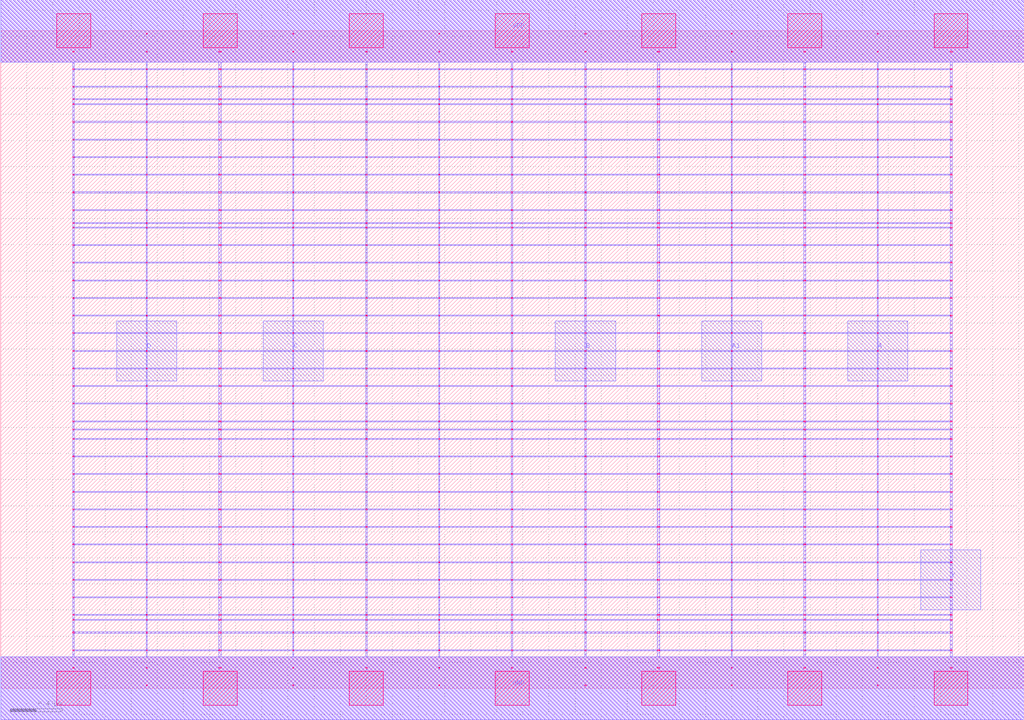
<source format=lef>
MACRO AOAOI2111_DEBUG
 CLASS CORE ;
 FOREIGN AOAOI2111_DEBUG 0 0 ;
 SIZE 7.84 BY 5.04 ;
 ORIGIN 0 0 ;
 SYMMETRY X Y R90 ;
 SITE unit ;
  PIN VDD
   DIRECTION INOUT ;
   USE SIGNAL ;
   SHAPE ABUTMENT ;
    PORT
     CLASS CORE ;
       LAYER met1 ;
        RECT 0.00000000 4.80000000 7.84000000 5.28000000 ;
       LAYER met2 ;
        RECT 0.00000000 4.80000000 7.84000000 5.28000000 ;
    END
  END VDD

  PIN GND
   DIRECTION INOUT ;
   USE SIGNAL ;
   SHAPE ABUTMENT ;
    PORT
     CLASS CORE ;
       LAYER met1 ;
        RECT 0.00000000 -0.24000000 7.84000000 0.24000000 ;
       LAYER met2 ;
        RECT 0.00000000 -0.24000000 7.84000000 0.24000000 ;
    END
  END GND

  PIN Y
   DIRECTION INOUT ;
   USE SIGNAL ;
   SHAPE ABUTMENT ;
    PORT
     CLASS CORE ;
       LAYER met2 ;
        RECT 7.05000000 0.60200000 7.51000000 1.06200000 ;
    END
  END Y

  PIN A1
   DIRECTION INOUT ;
   USE SIGNAL ;
   SHAPE ABUTMENT ;
    PORT
     CLASS CORE ;
       LAYER met2 ;
        RECT 5.37000000 2.35700000 5.83000000 2.81700000 ;
    END
  END A1

  PIN A
   DIRECTION INOUT ;
   USE SIGNAL ;
   SHAPE ABUTMENT ;
    PORT
     CLASS CORE ;
       LAYER met2 ;
        RECT 6.49000000 2.35700000 6.95000000 2.81700000 ;
    END
  END A

  PIN B
   DIRECTION INOUT ;
   USE SIGNAL ;
   SHAPE ABUTMENT ;
    PORT
     CLASS CORE ;
       LAYER met2 ;
        RECT 4.25000000 2.35700000 4.71000000 2.81700000 ;
    END
  END B

  PIN C
   DIRECTION INOUT ;
   USE SIGNAL ;
   SHAPE ABUTMENT ;
    PORT
     CLASS CORE ;
       LAYER met2 ;
        RECT 2.01000000 2.35700000 2.47000000 2.81700000 ;
    END
  END C

  PIN D
   DIRECTION INOUT ;
   USE SIGNAL ;
   SHAPE ABUTMENT ;
    PORT
     CLASS CORE ;
       LAYER met2 ;
        RECT 0.89000000 2.35700000 1.35000000 2.81700000 ;
    END
  END D

 OBS
    LAYER polycont ;
     RECT 3.35600000 0.15300000 3.36400000 0.16100000 ;
     RECT 3.35600000 0.28800000 3.36400000 0.29600000 ;
     RECT 3.35600000 0.42300000 3.36400000 0.43100000 ;
     RECT 3.35600000 0.52100000 3.36400000 0.52900000 ;
     RECT 3.35600000 0.55800000 3.36400000 0.56600000 ;
     RECT 3.35600000 0.69300000 3.36400000 0.70100000 ;
     RECT 3.35600000 0.82800000 3.36400000 0.83600000 ;
     RECT 3.35600000 0.96300000 3.36400000 0.97100000 ;
     RECT 3.35600000 1.09800000 3.36400000 1.10600000 ;
     RECT 3.35600000 1.23300000 3.36400000 1.24100000 ;
     RECT 3.35600000 1.36800000 3.36400000 1.37600000 ;
     RECT 3.35600000 1.50300000 3.36400000 1.51100000 ;
     RECT 3.35600000 1.63800000 3.36400000 1.64600000 ;
     RECT 3.35600000 1.77300000 3.36400000 1.78100000 ;
     RECT 3.35600000 1.90800000 3.36400000 1.91600000 ;
     RECT 3.35600000 1.98100000 3.36400000 1.98900000 ;
     RECT 3.35600000 2.04300000 3.36400000 2.05100000 ;
     RECT 3.35600000 2.17800000 3.36400000 2.18600000 ;
     RECT 3.35600000 2.31300000 3.36400000 2.32100000 ;
     RECT 3.35600000 2.44800000 3.36400000 2.45600000 ;
     RECT 0.55100000 2.58300000 0.56400000 2.59100000 ;
     RECT 1.11600000 2.58300000 1.12400000 2.59100000 ;
     RECT 1.67100000 2.58300000 1.68900000 2.59100000 ;
     RECT 2.23600000 2.58300000 2.24400000 2.59100000 ;
     RECT 2.79600000 2.58300000 2.80900000 2.59100000 ;
     RECT 3.35600000 2.58300000 3.36400000 2.59100000 ;
     RECT 3.91100000 2.58300000 3.92400000 2.59100000 ;
     RECT 4.47600000 2.58300000 4.48400000 2.59100000 ;
     RECT 5.03100000 2.58300000 5.04900000 2.59100000 ;
     RECT 5.59600000 2.58300000 5.60400000 2.59100000 ;
     RECT 6.15100000 2.58300000 6.16900000 2.59100000 ;
     RECT 6.71600000 2.58300000 6.72400000 2.59100000 ;
     RECT 7.27600000 2.58300000 7.28900000 2.59100000 ;
     RECT 0.55100000 2.71800000 0.56400000 2.72600000 ;
     RECT 1.11600000 2.71800000 1.12400000 2.72600000 ;
     RECT 1.67100000 2.71800000 1.68900000 2.72600000 ;
     RECT 2.23600000 2.71800000 2.24400000 2.72600000 ;
     RECT 2.79600000 2.71800000 2.80900000 2.72600000 ;
     RECT 3.35600000 2.71800000 3.36400000 2.72600000 ;
     RECT 3.91100000 2.71800000 3.92400000 2.72600000 ;
     RECT 4.47600000 2.71800000 4.48400000 2.72600000 ;
     RECT 5.03100000 2.71800000 5.04900000 2.72600000 ;
     RECT 5.59600000 2.71800000 5.60400000 2.72600000 ;
     RECT 6.15100000 2.71800000 6.16900000 2.72600000 ;
     RECT 6.71600000 2.71800000 6.72400000 2.72600000 ;
     RECT 7.27600000 2.71800000 7.28900000 2.72600000 ;
     RECT 0.55100000 2.85300000 0.56400000 2.86100000 ;
     RECT 1.11600000 2.85300000 1.12400000 2.86100000 ;
     RECT 1.67100000 2.85300000 1.68900000 2.86100000 ;
     RECT 2.23600000 2.85300000 2.24400000 2.86100000 ;
     RECT 2.79600000 2.85300000 2.80900000 2.86100000 ;
     RECT 3.35600000 2.85300000 3.36400000 2.86100000 ;
     RECT 3.91100000 2.85300000 3.92400000 2.86100000 ;
     RECT 4.47600000 2.85300000 4.48400000 2.86100000 ;
     RECT 5.03100000 2.85300000 5.04900000 2.86100000 ;
     RECT 5.59600000 2.85300000 5.60400000 2.86100000 ;
     RECT 6.15100000 2.85300000 6.16900000 2.86100000 ;
     RECT 6.71600000 2.85300000 6.72400000 2.86100000 ;
     RECT 7.27600000 2.85300000 7.28900000 2.86100000 ;
     RECT 0.55100000 2.98800000 0.56400000 2.99600000 ;
     RECT 1.11600000 2.98800000 1.12400000 2.99600000 ;
     RECT 1.67100000 2.98800000 1.68900000 2.99600000 ;
     RECT 2.23600000 2.98800000 2.24400000 2.99600000 ;
     RECT 2.79600000 2.98800000 2.80900000 2.99600000 ;
     RECT 3.35600000 2.98800000 3.36400000 2.99600000 ;
     RECT 3.91100000 2.98800000 3.92400000 2.99600000 ;
     RECT 4.47600000 2.98800000 4.48400000 2.99600000 ;
     RECT 5.03100000 2.98800000 5.04900000 2.99600000 ;
     RECT 5.59600000 2.98800000 5.60400000 2.99600000 ;
     RECT 6.15100000 2.98800000 6.16900000 2.99600000 ;
     RECT 6.71600000 2.98800000 6.72400000 2.99600000 ;
     RECT 7.27600000 2.98800000 7.28900000 2.99600000 ;
     RECT 3.35600000 3.12300000 3.36400000 3.13100000 ;
     RECT 3.35600000 3.25800000 3.36400000 3.26600000 ;
     RECT 3.35600000 3.39300000 3.36400000 3.40100000 ;
     RECT 3.35600000 3.52800000 3.36400000 3.53600000 ;
     RECT 3.35600000 3.56100000 3.36400000 3.56900000 ;
     RECT 3.35600000 3.66300000 3.36400000 3.67100000 ;
     RECT 3.35600000 3.79800000 3.36400000 3.80600000 ;
     RECT 3.35600000 3.93300000 3.36400000 3.94100000 ;
     RECT 3.35600000 4.06800000 3.36400000 4.07600000 ;
     RECT 3.35600000 4.20300000 3.36400000 4.21100000 ;
     RECT 3.35600000 4.33800000 3.36400000 4.34600000 ;
     RECT 3.35600000 4.47300000 3.36400000 4.48100000 ;
     RECT 3.35600000 4.51100000 3.36400000 4.51900000 ;
     RECT 3.35600000 4.60800000 3.36400000 4.61600000 ;
     RECT 3.35600000 4.74300000 3.36400000 4.75100000 ;
     RECT 3.35600000 4.87800000 3.36400000 4.88600000 ;

    LAYER pdiffc ;
     RECT 0.55100000 3.39300000 0.55900000 3.40100000 ;
     RECT 2.80100000 3.39300000 2.80900000 3.40100000 ;
     RECT 3.91100000 3.39300000 3.91900000 3.40100000 ;
     RECT 7.28100000 3.39300000 7.28900000 3.40100000 ;
     RECT 0.55100000 3.52800000 0.55900000 3.53600000 ;
     RECT 2.80100000 3.52800000 2.80900000 3.53600000 ;
     RECT 3.91100000 3.52800000 3.91900000 3.53600000 ;
     RECT 7.28100000 3.52800000 7.28900000 3.53600000 ;
     RECT 0.55100000 3.56100000 0.55900000 3.56900000 ;
     RECT 2.80100000 3.56100000 2.80900000 3.56900000 ;
     RECT 3.91100000 3.56100000 3.91900000 3.56900000 ;
     RECT 7.28100000 3.56100000 7.28900000 3.56900000 ;
     RECT 0.55100000 3.66300000 0.55900000 3.67100000 ;
     RECT 2.80100000 3.66300000 2.80900000 3.67100000 ;
     RECT 3.91100000 3.66300000 3.91900000 3.67100000 ;
     RECT 7.28100000 3.66300000 7.28900000 3.67100000 ;
     RECT 0.55100000 3.79800000 0.55900000 3.80600000 ;
     RECT 2.80100000 3.79800000 2.80900000 3.80600000 ;
     RECT 3.91100000 3.79800000 3.91900000 3.80600000 ;
     RECT 7.28100000 3.79800000 7.28900000 3.80600000 ;
     RECT 0.55100000 3.93300000 0.55900000 3.94100000 ;
     RECT 2.80100000 3.93300000 2.80900000 3.94100000 ;
     RECT 3.91100000 3.93300000 3.91900000 3.94100000 ;
     RECT 7.28100000 3.93300000 7.28900000 3.94100000 ;
     RECT 0.55100000 4.06800000 0.55900000 4.07600000 ;
     RECT 2.80100000 4.06800000 2.80900000 4.07600000 ;
     RECT 3.91100000 4.06800000 3.91900000 4.07600000 ;
     RECT 7.28100000 4.06800000 7.28900000 4.07600000 ;
     RECT 0.55100000 4.20300000 0.55900000 4.21100000 ;
     RECT 2.80100000 4.20300000 2.80900000 4.21100000 ;
     RECT 3.91100000 4.20300000 3.91900000 4.21100000 ;
     RECT 7.28100000 4.20300000 7.28900000 4.21100000 ;
     RECT 0.55100000 4.33800000 0.55900000 4.34600000 ;
     RECT 2.80100000 4.33800000 2.80900000 4.34600000 ;
     RECT 3.91100000 4.33800000 3.91900000 4.34600000 ;
     RECT 7.28100000 4.33800000 7.28900000 4.34600000 ;
     RECT 0.55100000 4.47300000 0.55900000 4.48100000 ;
     RECT 2.80100000 4.47300000 2.80900000 4.48100000 ;
     RECT 3.91100000 4.47300000 3.91900000 4.48100000 ;
     RECT 7.28100000 4.47300000 7.28900000 4.48100000 ;
     RECT 0.55100000 4.51100000 0.55900000 4.51900000 ;
     RECT 2.80100000 4.51100000 2.80900000 4.51900000 ;
     RECT 3.91100000 4.51100000 3.91900000 4.51900000 ;
     RECT 7.28100000 4.51100000 7.28900000 4.51900000 ;
     RECT 0.55100000 4.60800000 0.55900000 4.61600000 ;
     RECT 2.80100000 4.60800000 2.80900000 4.61600000 ;
     RECT 3.91100000 4.60800000 3.91900000 4.61600000 ;
     RECT 7.28100000 4.60800000 7.28900000 4.61600000 ;

    LAYER ndiffc ;
     RECT 3.91100000 0.42300000 3.92400000 0.43100000 ;
     RECT 3.91100000 0.52100000 3.92400000 0.52900000 ;
     RECT 3.91100000 0.55800000 3.92400000 0.56600000 ;
     RECT 3.91100000 0.69300000 3.92400000 0.70100000 ;
     RECT 3.91100000 0.82800000 3.92400000 0.83600000 ;
     RECT 3.91100000 0.96300000 3.92400000 0.97100000 ;
     RECT 3.91100000 1.09800000 3.92400000 1.10600000 ;
     RECT 3.91100000 1.23300000 3.92400000 1.24100000 ;
     RECT 3.91100000 1.36800000 3.92400000 1.37600000 ;
     RECT 3.91100000 1.50300000 3.92400000 1.51100000 ;
     RECT 3.91100000 1.63800000 3.92400000 1.64600000 ;
     RECT 3.91100000 1.77300000 3.92400000 1.78100000 ;
     RECT 3.91100000 1.90800000 3.92400000 1.91600000 ;
     RECT 3.91100000 1.98100000 3.92400000 1.98900000 ;
     RECT 3.91100000 2.04300000 3.92400000 2.05100000 ;
     RECT 7.27600000 0.69300000 7.28900000 0.70100000 ;
     RECT 5.03100000 0.42300000 5.04900000 0.43100000 ;
     RECT 5.03100000 0.82800000 5.04900000 0.83600000 ;
     RECT 6.15100000 0.82800000 6.16900000 0.83600000 ;
     RECT 7.27600000 0.82800000 7.28900000 0.83600000 ;
     RECT 5.03100000 0.52100000 5.04900000 0.52900000 ;
     RECT 5.03100000 0.96300000 5.04900000 0.97100000 ;
     RECT 6.15100000 0.96300000 6.16900000 0.97100000 ;
     RECT 7.27600000 0.96300000 7.28900000 0.97100000 ;
     RECT 6.15100000 0.52100000 6.16900000 0.52900000 ;
     RECT 5.03100000 1.09800000 5.04900000 1.10600000 ;
     RECT 6.15100000 1.09800000 6.16900000 1.10600000 ;
     RECT 7.27600000 1.09800000 7.28900000 1.10600000 ;
     RECT 7.27600000 0.52100000 7.28900000 0.52900000 ;
     RECT 5.03100000 1.23300000 5.04900000 1.24100000 ;
     RECT 6.15100000 1.23300000 6.16900000 1.24100000 ;
     RECT 7.27600000 1.23300000 7.28900000 1.24100000 ;
     RECT 6.15100000 0.42300000 6.16900000 0.43100000 ;
     RECT 5.03100000 1.36800000 5.04900000 1.37600000 ;
     RECT 6.15100000 1.36800000 6.16900000 1.37600000 ;
     RECT 7.27600000 1.36800000 7.28900000 1.37600000 ;
     RECT 5.03100000 0.55800000 5.04900000 0.56600000 ;
     RECT 5.03100000 1.50300000 5.04900000 1.51100000 ;
     RECT 6.15100000 1.50300000 6.16900000 1.51100000 ;
     RECT 7.27600000 1.50300000 7.28900000 1.51100000 ;
     RECT 6.15100000 0.55800000 6.16900000 0.56600000 ;
     RECT 5.03100000 1.63800000 5.04900000 1.64600000 ;
     RECT 6.15100000 1.63800000 6.16900000 1.64600000 ;
     RECT 7.27600000 1.63800000 7.28900000 1.64600000 ;
     RECT 7.27600000 0.55800000 7.28900000 0.56600000 ;
     RECT 5.03100000 1.77300000 5.04900000 1.78100000 ;
     RECT 6.15100000 1.77300000 6.16900000 1.78100000 ;
     RECT 7.27600000 1.77300000 7.28900000 1.78100000 ;
     RECT 7.27600000 0.42300000 7.28900000 0.43100000 ;
     RECT 5.03100000 1.90800000 5.04900000 1.91600000 ;
     RECT 6.15100000 1.90800000 6.16900000 1.91600000 ;
     RECT 7.27600000 1.90800000 7.28900000 1.91600000 ;
     RECT 5.03100000 0.69300000 5.04900000 0.70100000 ;
     RECT 5.03100000 1.98100000 5.04900000 1.98900000 ;
     RECT 6.15100000 1.98100000 6.16900000 1.98900000 ;
     RECT 7.27600000 1.98100000 7.28900000 1.98900000 ;
     RECT 6.15100000 0.69300000 6.16900000 0.70100000 ;
     RECT 5.03100000 2.04300000 5.04900000 2.05100000 ;
     RECT 6.15100000 2.04300000 6.16900000 2.05100000 ;
     RECT 7.27600000 2.04300000 7.28900000 2.05100000 ;
     RECT 2.79600000 0.52100000 2.80900000 0.52900000 ;
     RECT 1.67100000 0.42300000 1.68900000 0.43100000 ;
     RECT 0.55100000 0.96300000 0.56400000 0.97100000 ;
     RECT 0.55100000 1.50300000 0.56400000 1.51100000 ;
     RECT 1.67100000 1.50300000 1.68900000 1.51100000 ;
     RECT 2.79600000 1.50300000 2.80900000 1.51100000 ;
     RECT 1.67100000 0.96300000 1.68900000 0.97100000 ;
     RECT 2.79600000 0.96300000 2.80900000 0.97100000 ;
     RECT 2.79600000 0.42300000 2.80900000 0.43100000 ;
     RECT 0.55100000 0.69300000 0.56400000 0.70100000 ;
     RECT 0.55100000 1.63800000 0.56400000 1.64600000 ;
     RECT 1.67100000 1.63800000 1.68900000 1.64600000 ;
     RECT 2.79600000 1.63800000 2.80900000 1.64600000 ;
     RECT 1.67100000 0.69300000 1.68900000 0.70100000 ;
     RECT 2.79600000 0.69300000 2.80900000 0.70100000 ;
     RECT 0.55100000 1.09800000 0.56400000 1.10600000 ;
     RECT 1.67100000 1.09800000 1.68900000 1.10600000 ;
     RECT 0.55100000 1.77300000 0.56400000 1.78100000 ;
     RECT 1.67100000 1.77300000 1.68900000 1.78100000 ;
     RECT 2.79600000 1.77300000 2.80900000 1.78100000 ;
     RECT 2.79600000 1.09800000 2.80900000 1.10600000 ;
     RECT 0.55100000 0.42300000 0.56400000 0.43100000 ;
     RECT 0.55100000 0.52100000 0.56400000 0.52900000 ;
     RECT 0.55100000 0.55800000 0.56400000 0.56600000 ;
     RECT 0.55100000 1.90800000 0.56400000 1.91600000 ;
     RECT 1.67100000 1.90800000 1.68900000 1.91600000 ;
     RECT 2.79600000 1.90800000 2.80900000 1.91600000 ;
     RECT 1.67100000 0.55800000 1.68900000 0.56600000 ;
     RECT 0.55100000 1.23300000 0.56400000 1.24100000 ;
     RECT 1.67100000 1.23300000 1.68900000 1.24100000 ;
     RECT 2.79600000 1.23300000 2.80900000 1.24100000 ;
     RECT 0.55100000 1.98100000 0.56400000 1.98900000 ;
     RECT 1.67100000 1.98100000 1.68900000 1.98900000 ;
     RECT 2.79600000 1.98100000 2.80900000 1.98900000 ;
     RECT 0.55100000 0.82800000 0.56400000 0.83600000 ;
     RECT 1.67100000 0.82800000 1.68900000 0.83600000 ;
     RECT 2.79600000 0.82800000 2.80900000 0.83600000 ;
     RECT 2.79600000 0.55800000 2.80900000 0.56600000 ;
     RECT 0.55100000 2.04300000 0.56400000 2.05100000 ;
     RECT 1.67100000 2.04300000 1.68900000 2.05100000 ;
     RECT 2.79600000 2.04300000 2.80900000 2.05100000 ;
     RECT 0.55100000 1.36800000 0.56400000 1.37600000 ;
     RECT 1.67100000 1.36800000 1.68900000 1.37600000 ;
     RECT 2.79600000 1.36800000 2.80900000 1.37600000 ;
     RECT 1.67100000 0.52100000 1.68900000 0.52900000 ;

    LAYER met1 ;
     RECT 0.00000000 -0.24000000 7.84000000 0.24000000 ;
     RECT 3.91100000 0.24000000 3.92400000 0.28800000 ;
     RECT 0.55100000 0.28800000 7.28900000 0.29600000 ;
     RECT 3.91100000 0.29600000 3.92400000 0.42300000 ;
     RECT 0.55100000 0.42300000 7.28900000 0.43100000 ;
     RECT 3.91100000 0.43100000 3.92400000 0.52100000 ;
     RECT 0.55100000 0.52100000 7.28900000 0.52900000 ;
     RECT 3.91100000 0.52900000 3.92400000 0.55800000 ;
     RECT 0.55100000 0.55800000 7.28900000 0.56600000 ;
     RECT 3.91100000 0.56600000 3.92400000 0.69300000 ;
     RECT 0.55100000 0.69300000 7.28900000 0.70100000 ;
     RECT 3.91100000 0.70100000 3.92400000 0.82800000 ;
     RECT 0.55100000 0.82800000 7.28900000 0.83600000 ;
     RECT 3.91100000 0.83600000 3.92400000 0.96300000 ;
     RECT 0.55100000 0.96300000 7.28900000 0.97100000 ;
     RECT 3.91100000 0.97100000 3.92400000 1.09800000 ;
     RECT 0.55100000 1.09800000 7.28900000 1.10600000 ;
     RECT 3.91100000 1.10600000 3.92400000 1.23300000 ;
     RECT 0.55100000 1.23300000 7.28900000 1.24100000 ;
     RECT 3.91100000 1.24100000 3.92400000 1.36800000 ;
     RECT 0.55100000 1.36800000 7.28900000 1.37600000 ;
     RECT 3.91100000 1.37600000 3.92400000 1.50300000 ;
     RECT 0.55100000 1.50300000 7.28900000 1.51100000 ;
     RECT 3.91100000 1.51100000 3.92400000 1.63800000 ;
     RECT 0.55100000 1.63800000 7.28900000 1.64600000 ;
     RECT 3.91100000 1.64600000 3.92400000 1.77300000 ;
     RECT 0.55100000 1.77300000 7.28900000 1.78100000 ;
     RECT 3.91100000 1.78100000 3.92400000 1.90800000 ;
     RECT 0.55100000 1.90800000 7.28900000 1.91600000 ;
     RECT 3.91100000 1.91600000 3.92400000 1.98100000 ;
     RECT 0.55100000 1.98100000 7.28900000 1.98900000 ;
     RECT 3.91100000 1.98900000 3.92400000 2.04300000 ;
     RECT 0.55100000 2.04300000 7.28900000 2.05100000 ;
     RECT 3.91100000 2.05100000 3.92400000 2.17800000 ;
     RECT 0.55100000 2.17800000 7.28900000 2.18600000 ;
     RECT 3.91100000 2.18600000 3.92400000 2.31300000 ;
     RECT 0.55100000 2.31300000 7.28900000 2.32100000 ;
     RECT 3.91100000 2.32100000 3.92400000 2.44800000 ;
     RECT 0.55100000 2.44800000 7.28900000 2.45600000 ;
     RECT 0.55100000 2.45600000 0.56400000 2.58300000 ;
     RECT 1.11600000 2.45600000 1.12400000 2.58300000 ;
     RECT 1.67100000 2.45600000 1.68900000 2.58300000 ;
     RECT 2.23600000 2.45600000 2.24400000 2.58300000 ;
     RECT 2.79600000 2.45600000 2.80900000 2.58300000 ;
     RECT 3.35600000 2.45600000 3.36400000 2.58300000 ;
     RECT 3.91100000 2.45600000 3.92400000 2.58300000 ;
     RECT 4.47600000 2.45600000 4.48400000 2.58300000 ;
     RECT 5.03100000 2.45600000 5.04900000 2.58300000 ;
     RECT 5.59600000 2.45600000 5.60400000 2.58300000 ;
     RECT 6.15100000 2.45600000 6.16900000 2.58300000 ;
     RECT 6.71600000 2.45600000 6.72400000 2.58300000 ;
     RECT 7.27600000 2.45600000 7.28900000 2.58300000 ;
     RECT 0.55100000 2.58300000 7.28900000 2.59100000 ;
     RECT 3.91100000 2.59100000 3.92400000 2.71800000 ;
     RECT 0.55100000 2.71800000 7.28900000 2.72600000 ;
     RECT 3.91100000 2.72600000 3.92400000 2.85300000 ;
     RECT 0.55100000 2.85300000 7.28900000 2.86100000 ;
     RECT 3.91100000 2.86100000 3.92400000 2.98800000 ;
     RECT 0.55100000 2.98800000 7.28900000 2.99600000 ;
     RECT 3.91100000 2.99600000 3.92400000 3.12300000 ;
     RECT 0.55100000 3.12300000 7.28900000 3.13100000 ;
     RECT 3.91100000 3.13100000 3.92400000 3.25800000 ;
     RECT 0.55100000 3.25800000 7.28900000 3.26600000 ;
     RECT 3.91100000 3.26600000 3.92400000 3.39300000 ;
     RECT 0.55100000 3.39300000 7.28900000 3.40100000 ;
     RECT 3.91100000 3.40100000 3.92400000 3.52800000 ;
     RECT 0.55100000 3.52800000 7.28900000 3.53600000 ;
     RECT 3.91100000 3.53600000 3.92400000 3.56100000 ;
     RECT 0.55100000 3.56100000 7.28900000 3.56900000 ;
     RECT 3.91100000 3.56900000 3.92400000 3.66300000 ;
     RECT 0.55100000 3.66300000 7.28900000 3.67100000 ;
     RECT 3.91100000 3.67100000 3.92400000 3.79800000 ;
     RECT 0.55100000 3.79800000 7.28900000 3.80600000 ;
     RECT 3.91100000 3.80600000 3.92400000 3.93300000 ;
     RECT 0.55100000 3.93300000 7.28900000 3.94100000 ;
     RECT 3.91100000 3.94100000 3.92400000 4.06800000 ;
     RECT 0.55100000 4.06800000 7.28900000 4.07600000 ;
     RECT 3.91100000 4.07600000 3.92400000 4.20300000 ;
     RECT 0.55100000 4.20300000 7.28900000 4.21100000 ;
     RECT 3.91100000 4.21100000 3.92400000 4.33800000 ;
     RECT 0.55100000 4.33800000 7.28900000 4.34600000 ;
     RECT 3.91100000 4.34600000 3.92400000 4.47300000 ;
     RECT 0.55100000 4.47300000 7.28900000 4.48100000 ;
     RECT 3.91100000 4.48100000 3.92400000 4.51100000 ;
     RECT 0.55100000 4.51100000 7.28900000 4.51900000 ;
     RECT 3.91100000 4.51900000 3.92400000 4.60800000 ;
     RECT 0.55100000 4.60800000 7.28900000 4.61600000 ;
     RECT 3.91100000 4.61600000 3.92400000 4.74300000 ;
     RECT 0.55100000 4.74300000 7.28900000 4.75100000 ;
     RECT 3.91100000 4.75100000 3.92400000 4.80000000 ;
     RECT 0.00000000 4.80000000 7.84000000 5.28000000 ;
     RECT 4.47600000 3.80600000 4.48400000 3.93300000 ;
     RECT 5.03100000 3.80600000 5.04900000 3.93300000 ;
     RECT 5.59600000 3.80600000 5.60400000 3.93300000 ;
     RECT 6.15100000 3.80600000 6.16900000 3.93300000 ;
     RECT 6.71600000 3.80600000 6.72400000 3.93300000 ;
     RECT 7.27600000 3.80600000 7.28900000 3.93300000 ;
     RECT 6.15100000 3.94100000 6.16900000 4.06800000 ;
     RECT 6.71600000 3.94100000 6.72400000 4.06800000 ;
     RECT 7.27600000 3.94100000 7.28900000 4.06800000 ;
     RECT 6.15100000 4.07600000 6.16900000 4.20300000 ;
     RECT 6.71600000 4.07600000 6.72400000 4.20300000 ;
     RECT 7.27600000 4.07600000 7.28900000 4.20300000 ;
     RECT 6.15100000 4.21100000 6.16900000 4.33800000 ;
     RECT 6.71600000 4.21100000 6.72400000 4.33800000 ;
     RECT 7.27600000 4.21100000 7.28900000 4.33800000 ;
     RECT 6.15100000 4.34600000 6.16900000 4.47300000 ;
     RECT 6.71600000 4.34600000 6.72400000 4.47300000 ;
     RECT 7.27600000 4.34600000 7.28900000 4.47300000 ;
     RECT 6.15100000 4.48100000 6.16900000 4.51100000 ;
     RECT 6.71600000 4.48100000 6.72400000 4.51100000 ;
     RECT 7.27600000 4.48100000 7.28900000 4.51100000 ;
     RECT 6.15100000 4.51900000 6.16900000 4.60800000 ;
     RECT 6.71600000 4.51900000 6.72400000 4.60800000 ;
     RECT 7.27600000 4.51900000 7.28900000 4.60800000 ;
     RECT 6.15100000 4.61600000 6.16900000 4.74300000 ;
     RECT 6.71600000 4.61600000 6.72400000 4.74300000 ;
     RECT 7.27600000 4.61600000 7.28900000 4.74300000 ;
     RECT 6.15100000 4.75100000 6.16900000 4.80000000 ;
     RECT 6.71600000 4.75100000 6.72400000 4.80000000 ;
     RECT 7.27600000 4.75100000 7.28900000 4.80000000 ;
     RECT 4.47600000 4.48100000 4.48400000 4.51100000 ;
     RECT 5.03100000 4.48100000 5.04900000 4.51100000 ;
     RECT 5.59600000 4.48100000 5.60400000 4.51100000 ;
     RECT 4.47600000 4.21100000 4.48400000 4.33800000 ;
     RECT 5.03100000 4.21100000 5.04900000 4.33800000 ;
     RECT 5.59600000 4.21100000 5.60400000 4.33800000 ;
     RECT 4.47600000 4.51900000 4.48400000 4.60800000 ;
     RECT 5.03100000 4.51900000 5.04900000 4.60800000 ;
     RECT 5.59600000 4.51900000 5.60400000 4.60800000 ;
     RECT 4.47600000 4.07600000 4.48400000 4.20300000 ;
     RECT 5.03100000 4.07600000 5.04900000 4.20300000 ;
     RECT 5.59600000 4.07600000 5.60400000 4.20300000 ;
     RECT 4.47600000 4.61600000 4.48400000 4.74300000 ;
     RECT 5.03100000 4.61600000 5.04900000 4.74300000 ;
     RECT 5.59600000 4.61600000 5.60400000 4.74300000 ;
     RECT 4.47600000 4.34600000 4.48400000 4.47300000 ;
     RECT 5.03100000 4.34600000 5.04900000 4.47300000 ;
     RECT 5.59600000 4.34600000 5.60400000 4.47300000 ;
     RECT 4.47600000 4.75100000 4.48400000 4.80000000 ;
     RECT 5.03100000 4.75100000 5.04900000 4.80000000 ;
     RECT 5.59600000 4.75100000 5.60400000 4.80000000 ;
     RECT 4.47600000 3.94100000 4.48400000 4.06800000 ;
     RECT 5.03100000 3.94100000 5.04900000 4.06800000 ;
     RECT 5.59600000 3.94100000 5.60400000 4.06800000 ;
     RECT 5.03100000 3.40100000 5.04900000 3.52800000 ;
     RECT 5.59600000 3.40100000 5.60400000 3.52800000 ;
     RECT 4.47600000 3.53600000 4.48400000 3.56100000 ;
     RECT 5.03100000 3.53600000 5.04900000 3.56100000 ;
     RECT 5.59600000 3.53600000 5.60400000 3.56100000 ;
     RECT 5.59600000 2.59100000 5.60400000 2.71800000 ;
     RECT 4.47600000 3.56900000 4.48400000 3.66300000 ;
     RECT 4.47600000 2.59100000 4.48400000 2.71800000 ;
     RECT 5.03100000 2.59100000 5.04900000 2.71800000 ;
     RECT 5.03100000 3.56900000 5.04900000 3.66300000 ;
     RECT 5.59600000 3.56900000 5.60400000 3.66300000 ;
     RECT 4.47600000 2.86100000 4.48400000 2.98800000 ;
     RECT 5.03100000 2.86100000 5.04900000 2.98800000 ;
     RECT 4.47600000 2.99600000 4.48400000 3.12300000 ;
     RECT 5.03100000 2.99600000 5.04900000 3.12300000 ;
     RECT 4.47600000 3.13100000 4.48400000 3.25800000 ;
     RECT 5.03100000 3.13100000 5.04900000 3.25800000 ;
     RECT 4.47600000 3.67100000 4.48400000 3.79800000 ;
     RECT 5.03100000 3.67100000 5.04900000 3.79800000 ;
     RECT 5.59600000 3.67100000 5.60400000 3.79800000 ;
     RECT 5.59600000 2.86100000 5.60400000 2.98800000 ;
     RECT 4.47600000 2.72600000 4.48400000 2.85300000 ;
     RECT 5.03100000 2.72600000 5.04900000 2.85300000 ;
     RECT 5.59600000 3.13100000 5.60400000 3.25800000 ;
     RECT 5.59600000 2.99600000 5.60400000 3.12300000 ;
     RECT 4.47600000 3.26600000 4.48400000 3.39300000 ;
     RECT 5.03100000 3.26600000 5.04900000 3.39300000 ;
     RECT 5.59600000 3.26600000 5.60400000 3.39300000 ;
     RECT 5.59600000 2.72600000 5.60400000 2.85300000 ;
     RECT 4.47600000 3.40100000 4.48400000 3.52800000 ;
     RECT 7.27600000 3.40100000 7.28900000 3.52800000 ;
     RECT 6.71600000 2.59100000 6.72400000 2.71800000 ;
     RECT 7.27600000 2.59100000 7.28900000 2.71800000 ;
     RECT 6.71600000 2.72600000 6.72400000 2.85300000 ;
     RECT 7.27600000 2.72600000 7.28900000 2.85300000 ;
     RECT 7.27600000 3.13100000 7.28900000 3.25800000 ;
     RECT 6.15100000 2.72600000 6.16900000 2.85300000 ;
     RECT 6.15100000 3.67100000 6.16900000 3.79800000 ;
     RECT 6.71600000 3.67100000 6.72400000 3.79800000 ;
     RECT 7.27600000 3.67100000 7.28900000 3.79800000 ;
     RECT 6.15100000 3.26600000 6.16900000 3.39300000 ;
     RECT 6.15100000 2.86100000 6.16900000 2.98800000 ;
     RECT 6.15100000 3.53600000 6.16900000 3.56100000 ;
     RECT 6.71600000 3.53600000 6.72400000 3.56100000 ;
     RECT 7.27600000 3.53600000 7.28900000 3.56100000 ;
     RECT 6.71600000 3.26600000 6.72400000 3.39300000 ;
     RECT 6.15100000 2.59100000 6.16900000 2.71800000 ;
     RECT 7.27600000 3.26600000 7.28900000 3.39300000 ;
     RECT 6.15100000 2.99600000 6.16900000 3.12300000 ;
     RECT 6.71600000 2.86100000 6.72400000 2.98800000 ;
     RECT 7.27600000 2.86100000 7.28900000 2.98800000 ;
     RECT 6.15100000 3.40100000 6.16900000 3.52800000 ;
     RECT 6.15100000 3.13100000 6.16900000 3.25800000 ;
     RECT 6.71600000 3.40100000 6.72400000 3.52800000 ;
     RECT 6.15100000 3.56900000 6.16900000 3.66300000 ;
     RECT 6.71600000 3.56900000 6.72400000 3.66300000 ;
     RECT 6.71600000 2.99600000 6.72400000 3.12300000 ;
     RECT 7.27600000 2.99600000 7.28900000 3.12300000 ;
     RECT 7.27600000 3.56900000 7.28900000 3.66300000 ;
     RECT 6.71600000 3.13100000 6.72400000 3.25800000 ;
     RECT 0.55100000 3.80600000 0.56400000 3.93300000 ;
     RECT 1.11600000 3.80600000 1.12400000 3.93300000 ;
     RECT 1.67100000 3.80600000 1.68900000 3.93300000 ;
     RECT 2.23600000 3.80600000 2.24400000 3.93300000 ;
     RECT 2.79600000 3.80600000 2.80900000 3.93300000 ;
     RECT 3.35600000 3.80600000 3.36400000 3.93300000 ;
     RECT 2.23600000 4.21100000 2.24400000 4.33800000 ;
     RECT 2.79600000 4.21100000 2.80900000 4.33800000 ;
     RECT 3.35600000 4.21100000 3.36400000 4.33800000 ;
     RECT 2.23600000 4.34600000 2.24400000 4.47300000 ;
     RECT 2.79600000 4.34600000 2.80900000 4.47300000 ;
     RECT 3.35600000 4.34600000 3.36400000 4.47300000 ;
     RECT 2.23600000 4.48100000 2.24400000 4.51100000 ;
     RECT 2.79600000 4.48100000 2.80900000 4.51100000 ;
     RECT 3.35600000 4.48100000 3.36400000 4.51100000 ;
     RECT 2.23600000 4.51900000 2.24400000 4.60800000 ;
     RECT 2.79600000 4.51900000 2.80900000 4.60800000 ;
     RECT 3.35600000 4.51900000 3.36400000 4.60800000 ;
     RECT 2.23600000 4.61600000 2.24400000 4.74300000 ;
     RECT 2.79600000 4.61600000 2.80900000 4.74300000 ;
     RECT 3.35600000 4.61600000 3.36400000 4.74300000 ;
     RECT 2.23600000 3.94100000 2.24400000 4.06800000 ;
     RECT 2.79600000 3.94100000 2.80900000 4.06800000 ;
     RECT 3.35600000 3.94100000 3.36400000 4.06800000 ;
     RECT 2.23600000 4.07600000 2.24400000 4.20300000 ;
     RECT 2.23600000 4.75100000 2.24400000 4.80000000 ;
     RECT 2.79600000 4.75100000 2.80900000 4.80000000 ;
     RECT 3.35600000 4.75100000 3.36400000 4.80000000 ;
     RECT 2.79600000 4.07600000 2.80900000 4.20300000 ;
     RECT 3.35600000 4.07600000 3.36400000 4.20300000 ;
     RECT 0.55100000 4.51900000 0.56400000 4.60800000 ;
     RECT 1.11600000 4.51900000 1.12400000 4.60800000 ;
     RECT 1.67100000 4.51900000 1.68900000 4.60800000 ;
     RECT 0.55100000 4.07600000 0.56400000 4.20300000 ;
     RECT 1.11600000 4.07600000 1.12400000 4.20300000 ;
     RECT 1.67100000 4.07600000 1.68900000 4.20300000 ;
     RECT 0.55100000 4.61600000 0.56400000 4.74300000 ;
     RECT 1.11600000 4.61600000 1.12400000 4.74300000 ;
     RECT 1.67100000 4.61600000 1.68900000 4.74300000 ;
     RECT 0.55100000 4.34600000 0.56400000 4.47300000 ;
     RECT 1.11600000 4.34600000 1.12400000 4.47300000 ;
     RECT 1.67100000 4.34600000 1.68900000 4.47300000 ;
     RECT 0.55100000 3.94100000 0.56400000 4.06800000 ;
     RECT 1.11600000 3.94100000 1.12400000 4.06800000 ;
     RECT 1.67100000 3.94100000 1.68900000 4.06800000 ;
     RECT 0.55100000 4.48100000 0.56400000 4.51100000 ;
     RECT 0.55100000 4.75100000 0.56400000 4.80000000 ;
     RECT 1.11600000 4.75100000 1.12400000 4.80000000 ;
     RECT 1.67100000 4.75100000 1.68900000 4.80000000 ;
     RECT 1.11600000 4.48100000 1.12400000 4.51100000 ;
     RECT 1.67100000 4.48100000 1.68900000 4.51100000 ;
     RECT 0.55100000 4.21100000 0.56400000 4.33800000 ;
     RECT 1.11600000 4.21100000 1.12400000 4.33800000 ;
     RECT 1.67100000 4.21100000 1.68900000 4.33800000 ;
     RECT 1.67100000 3.13100000 1.68900000 3.25800000 ;
     RECT 0.55100000 2.86100000 0.56400000 2.98800000 ;
     RECT 1.67100000 2.86100000 1.68900000 2.98800000 ;
     RECT 0.55100000 3.53600000 0.56400000 3.56100000 ;
     RECT 1.11600000 3.53600000 1.12400000 3.56100000 ;
     RECT 1.67100000 3.67100000 1.68900000 3.79800000 ;
     RECT 1.67100000 3.26600000 1.68900000 3.39300000 ;
     RECT 1.67100000 3.53600000 1.68900000 3.56100000 ;
     RECT 1.11600000 2.86100000 1.12400000 2.98800000 ;
     RECT 0.55100000 3.56900000 0.56400000 3.66300000 ;
     RECT 1.11600000 3.56900000 1.12400000 3.66300000 ;
     RECT 1.67100000 3.56900000 1.68900000 3.66300000 ;
     RECT 1.67100000 2.72600000 1.68900000 2.85300000 ;
     RECT 0.55100000 2.99600000 0.56400000 3.12300000 ;
     RECT 1.11600000 2.99600000 1.12400000 3.12300000 ;
     RECT 1.67100000 3.40100000 1.68900000 3.52800000 ;
     RECT 0.55100000 2.59100000 0.56400000 2.71800000 ;
     RECT 1.11600000 2.59100000 1.12400000 2.71800000 ;
     RECT 0.55100000 2.72600000 0.56400000 2.85300000 ;
     RECT 1.11600000 2.72600000 1.12400000 2.85300000 ;
     RECT 0.55100000 3.13100000 0.56400000 3.25800000 ;
     RECT 1.67100000 2.59100000 1.68900000 2.71800000 ;
     RECT 0.55100000 3.26600000 0.56400000 3.39300000 ;
     RECT 1.11600000 3.26600000 1.12400000 3.39300000 ;
     RECT 0.55100000 3.67100000 0.56400000 3.79800000 ;
     RECT 1.11600000 3.67100000 1.12400000 3.79800000 ;
     RECT 1.11600000 3.13100000 1.12400000 3.25800000 ;
     RECT 1.67100000 2.99600000 1.68900000 3.12300000 ;
     RECT 0.55100000 3.40100000 0.56400000 3.52800000 ;
     RECT 1.11600000 3.40100000 1.12400000 3.52800000 ;
     RECT 2.79600000 3.26600000 2.80900000 3.39300000 ;
     RECT 3.35600000 3.26600000 3.36400000 3.39300000 ;
     RECT 2.23600000 3.40100000 2.24400000 3.52800000 ;
     RECT 2.23600000 3.53600000 2.24400000 3.56100000 ;
     RECT 2.79600000 3.53600000 2.80900000 3.56100000 ;
     RECT 2.79600000 2.72600000 2.80900000 2.85300000 ;
     RECT 3.35600000 2.72600000 3.36400000 2.85300000 ;
     RECT 3.35600000 3.53600000 3.36400000 3.56100000 ;
     RECT 2.79600000 2.59100000 2.80900000 2.71800000 ;
     RECT 3.35600000 2.59100000 3.36400000 2.71800000 ;
     RECT 2.23600000 2.59100000 2.24400000 2.71800000 ;
     RECT 2.23600000 2.86100000 2.24400000 2.98800000 ;
     RECT 2.79600000 3.40100000 2.80900000 3.52800000 ;
     RECT 2.23600000 3.13100000 2.24400000 3.25800000 ;
     RECT 2.79600000 3.13100000 2.80900000 3.25800000 ;
     RECT 2.23600000 3.56900000 2.24400000 3.66300000 ;
     RECT 2.79600000 3.56900000 2.80900000 3.66300000 ;
     RECT 3.35600000 3.56900000 3.36400000 3.66300000 ;
     RECT 3.35600000 3.13100000 3.36400000 3.25800000 ;
     RECT 2.23600000 2.72600000 2.24400000 2.85300000 ;
     RECT 2.79600000 2.86100000 2.80900000 2.98800000 ;
     RECT 3.35600000 2.86100000 3.36400000 2.98800000 ;
     RECT 2.23600000 3.67100000 2.24400000 3.79800000 ;
     RECT 2.79600000 3.67100000 2.80900000 3.79800000 ;
     RECT 3.35600000 3.67100000 3.36400000 3.79800000 ;
     RECT 2.23600000 2.99600000 2.24400000 3.12300000 ;
     RECT 2.79600000 2.99600000 2.80900000 3.12300000 ;
     RECT 3.35600000 2.99600000 3.36400000 3.12300000 ;
     RECT 3.35600000 3.40100000 3.36400000 3.52800000 ;
     RECT 2.23600000 3.26600000 2.24400000 3.39300000 ;
     RECT 0.55100000 1.10600000 0.56400000 1.23300000 ;
     RECT 1.11600000 1.10600000 1.12400000 1.23300000 ;
     RECT 1.67100000 1.10600000 1.68900000 1.23300000 ;
     RECT 2.23600000 1.10600000 2.24400000 1.23300000 ;
     RECT 2.79600000 1.10600000 2.80900000 1.23300000 ;
     RECT 3.35600000 1.10600000 3.36400000 1.23300000 ;
     RECT 2.23600000 1.78100000 2.24400000 1.90800000 ;
     RECT 2.79600000 1.78100000 2.80900000 1.90800000 ;
     RECT 3.35600000 1.78100000 3.36400000 1.90800000 ;
     RECT 2.23600000 1.91600000 2.24400000 1.98100000 ;
     RECT 2.79600000 1.91600000 2.80900000 1.98100000 ;
     RECT 3.35600000 1.91600000 3.36400000 1.98100000 ;
     RECT 2.23600000 1.98900000 2.24400000 2.04300000 ;
     RECT 2.79600000 1.98900000 2.80900000 2.04300000 ;
     RECT 3.35600000 1.98900000 3.36400000 2.04300000 ;
     RECT 2.23600000 2.05100000 2.24400000 2.17800000 ;
     RECT 2.79600000 2.05100000 2.80900000 2.17800000 ;
     RECT 3.35600000 2.05100000 3.36400000 2.17800000 ;
     RECT 2.23600000 2.18600000 2.24400000 2.31300000 ;
     RECT 2.79600000 2.18600000 2.80900000 2.31300000 ;
     RECT 3.35600000 2.18600000 3.36400000 2.31300000 ;
     RECT 2.23600000 2.32100000 2.24400000 2.44800000 ;
     RECT 2.79600000 2.32100000 2.80900000 2.44800000 ;
     RECT 3.35600000 2.32100000 3.36400000 2.44800000 ;
     RECT 2.23600000 1.51100000 2.24400000 1.63800000 ;
     RECT 2.79600000 1.51100000 2.80900000 1.63800000 ;
     RECT 3.35600000 1.51100000 3.36400000 1.63800000 ;
     RECT 2.23600000 1.64600000 2.24400000 1.77300000 ;
     RECT 2.79600000 1.64600000 2.80900000 1.77300000 ;
     RECT 3.35600000 1.64600000 3.36400000 1.77300000 ;
     RECT 2.23600000 1.24100000 2.24400000 1.36800000 ;
     RECT 2.79600000 1.24100000 2.80900000 1.36800000 ;
     RECT 3.35600000 1.24100000 3.36400000 1.36800000 ;
     RECT 2.23600000 1.37600000 2.24400000 1.50300000 ;
     RECT 2.79600000 1.37600000 2.80900000 1.50300000 ;
     RECT 3.35600000 1.37600000 3.36400000 1.50300000 ;
     RECT 1.67100000 2.18600000 1.68900000 2.31300000 ;
     RECT 1.67100000 1.91600000 1.68900000 1.98100000 ;
     RECT 1.11600000 1.64600000 1.12400000 1.77300000 ;
     RECT 0.55100000 1.78100000 0.56400000 1.90800000 ;
     RECT 0.55100000 2.32100000 0.56400000 2.44800000 ;
     RECT 1.11600000 2.32100000 1.12400000 2.44800000 ;
     RECT 1.67100000 2.32100000 1.68900000 2.44800000 ;
     RECT 1.11600000 1.78100000 1.12400000 1.90800000 ;
     RECT 0.55100000 1.98900000 0.56400000 2.04300000 ;
     RECT 1.11600000 1.98900000 1.12400000 2.04300000 ;
     RECT 1.67100000 1.98900000 1.68900000 2.04300000 ;
     RECT 1.67100000 1.78100000 1.68900000 1.90800000 ;
     RECT 1.67100000 1.64600000 1.68900000 1.77300000 ;
     RECT 1.67100000 1.51100000 1.68900000 1.63800000 ;
     RECT 0.55100000 2.05100000 0.56400000 2.17800000 ;
     RECT 1.11600000 2.05100000 1.12400000 2.17800000 ;
     RECT 0.55100000 1.24100000 0.56400000 1.36800000 ;
     RECT 1.11600000 1.24100000 1.12400000 1.36800000 ;
     RECT 1.67100000 1.24100000 1.68900000 1.36800000 ;
     RECT 1.67100000 2.05100000 1.68900000 2.17800000 ;
     RECT 0.55100000 1.64600000 0.56400000 1.77300000 ;
     RECT 0.55100000 1.91600000 0.56400000 1.98100000 ;
     RECT 0.55100000 1.37600000 0.56400000 1.50300000 ;
     RECT 1.11600000 1.37600000 1.12400000 1.50300000 ;
     RECT 1.67100000 1.37600000 1.68900000 1.50300000 ;
     RECT 1.11600000 1.91600000 1.12400000 1.98100000 ;
     RECT 0.55100000 2.18600000 0.56400000 2.31300000 ;
     RECT 1.11600000 2.18600000 1.12400000 2.31300000 ;
     RECT 0.55100000 1.51100000 0.56400000 1.63800000 ;
     RECT 1.11600000 1.51100000 1.12400000 1.63800000 ;
     RECT 1.67100000 0.24000000 1.68900000 0.28800000 ;
     RECT 0.55100000 0.56600000 0.56400000 0.69300000 ;
     RECT 1.67100000 0.56600000 1.68900000 0.69300000 ;
     RECT 1.11600000 0.56600000 1.12400000 0.69300000 ;
     RECT 1.11600000 0.52900000 1.12400000 0.55800000 ;
     RECT 1.67100000 0.52900000 1.68900000 0.55800000 ;
     RECT 0.55100000 0.24000000 0.56400000 0.28800000 ;
     RECT 0.55100000 0.43100000 0.56400000 0.52100000 ;
     RECT 1.11600000 0.43100000 1.12400000 0.52100000 ;
     RECT 1.11600000 0.24000000 1.12400000 0.28800000 ;
     RECT 0.55100000 0.52900000 0.56400000 0.55800000 ;
     RECT 0.55100000 0.29600000 0.56400000 0.42300000 ;
     RECT 1.11600000 0.29600000 1.12400000 0.42300000 ;
     RECT 0.55100000 0.70100000 0.56400000 0.82800000 ;
     RECT 1.11600000 0.70100000 1.12400000 0.82800000 ;
     RECT 1.67100000 0.43100000 1.68900000 0.52100000 ;
     RECT 1.67100000 0.70100000 1.68900000 0.82800000 ;
     RECT 1.67100000 0.29600000 1.68900000 0.42300000 ;
     RECT 0.55100000 0.83600000 0.56400000 0.96300000 ;
     RECT 1.11600000 0.83600000 1.12400000 0.96300000 ;
     RECT 1.67100000 0.83600000 1.68900000 0.96300000 ;
     RECT 0.55100000 0.97100000 0.56400000 1.09800000 ;
     RECT 1.11600000 0.97100000 1.12400000 1.09800000 ;
     RECT 1.67100000 0.97100000 1.68900000 1.09800000 ;
     RECT 3.35600000 0.70100000 3.36400000 0.82800000 ;
     RECT 2.23600000 0.56600000 2.24400000 0.69300000 ;
     RECT 2.23600000 0.29600000 2.24400000 0.42300000 ;
     RECT 2.79600000 0.56600000 2.80900000 0.69300000 ;
     RECT 3.35600000 0.56600000 3.36400000 0.69300000 ;
     RECT 2.79600000 0.52900000 2.80900000 0.55800000 ;
     RECT 2.23600000 0.83600000 2.24400000 0.96300000 ;
     RECT 2.79600000 0.83600000 2.80900000 0.96300000 ;
     RECT 3.35600000 0.83600000 3.36400000 0.96300000 ;
     RECT 2.79600000 0.29600000 2.80900000 0.42300000 ;
     RECT 3.35600000 0.29600000 3.36400000 0.42300000 ;
     RECT 3.35600000 0.52900000 3.36400000 0.55800000 ;
     RECT 3.35600000 0.24000000 3.36400000 0.28800000 ;
     RECT 2.23600000 0.43100000 2.24400000 0.52100000 ;
     RECT 2.79600000 0.24000000 2.80900000 0.28800000 ;
     RECT 2.23600000 0.97100000 2.24400000 1.09800000 ;
     RECT 2.79600000 0.97100000 2.80900000 1.09800000 ;
     RECT 3.35600000 0.97100000 3.36400000 1.09800000 ;
     RECT 2.23600000 0.52900000 2.24400000 0.55800000 ;
     RECT 2.23600000 0.24000000 2.24400000 0.28800000 ;
     RECT 2.79600000 0.43100000 2.80900000 0.52100000 ;
     RECT 3.35600000 0.43100000 3.36400000 0.52100000 ;
     RECT 2.23600000 0.70100000 2.24400000 0.82800000 ;
     RECT 2.79600000 0.70100000 2.80900000 0.82800000 ;
     RECT 4.47600000 1.10600000 4.48400000 1.23300000 ;
     RECT 5.03100000 1.10600000 5.04900000 1.23300000 ;
     RECT 5.59600000 1.10600000 5.60400000 1.23300000 ;
     RECT 6.15100000 1.10600000 6.16900000 1.23300000 ;
     RECT 6.71600000 1.10600000 6.72400000 1.23300000 ;
     RECT 7.27600000 1.10600000 7.28900000 1.23300000 ;
     RECT 6.15100000 1.91600000 6.16900000 1.98100000 ;
     RECT 6.71600000 1.91600000 6.72400000 1.98100000 ;
     RECT 7.27600000 1.91600000 7.28900000 1.98100000 ;
     RECT 6.15100000 1.98900000 6.16900000 2.04300000 ;
     RECT 6.71600000 1.98900000 6.72400000 2.04300000 ;
     RECT 7.27600000 1.98900000 7.28900000 2.04300000 ;
     RECT 6.15100000 2.05100000 6.16900000 2.17800000 ;
     RECT 6.71600000 2.05100000 6.72400000 2.17800000 ;
     RECT 7.27600000 2.05100000 7.28900000 2.17800000 ;
     RECT 6.15100000 1.24100000 6.16900000 1.36800000 ;
     RECT 6.71600000 1.24100000 6.72400000 1.36800000 ;
     RECT 7.27600000 1.24100000 7.28900000 1.36800000 ;
     RECT 6.15100000 2.18600000 6.16900000 2.31300000 ;
     RECT 6.71600000 2.18600000 6.72400000 2.31300000 ;
     RECT 7.27600000 2.18600000 7.28900000 2.31300000 ;
     RECT 6.15100000 1.37600000 6.16900000 1.50300000 ;
     RECT 6.15100000 2.32100000 6.16900000 2.44800000 ;
     RECT 6.71600000 2.32100000 6.72400000 2.44800000 ;
     RECT 7.27600000 2.32100000 7.28900000 2.44800000 ;
     RECT 6.71600000 1.37600000 6.72400000 1.50300000 ;
     RECT 7.27600000 1.37600000 7.28900000 1.50300000 ;
     RECT 6.15100000 1.51100000 6.16900000 1.63800000 ;
     RECT 6.71600000 1.51100000 6.72400000 1.63800000 ;
     RECT 7.27600000 1.51100000 7.28900000 1.63800000 ;
     RECT 6.15100000 1.64600000 6.16900000 1.77300000 ;
     RECT 6.71600000 1.64600000 6.72400000 1.77300000 ;
     RECT 7.27600000 1.64600000 7.28900000 1.77300000 ;
     RECT 6.15100000 1.78100000 6.16900000 1.90800000 ;
     RECT 6.71600000 1.78100000 6.72400000 1.90800000 ;
     RECT 7.27600000 1.78100000 7.28900000 1.90800000 ;
     RECT 5.03100000 1.37600000 5.04900000 1.50300000 ;
     RECT 5.59600000 1.37600000 5.60400000 1.50300000 ;
     RECT 5.59600000 2.05100000 5.60400000 2.17800000 ;
     RECT 4.47600000 2.32100000 4.48400000 2.44800000 ;
     RECT 5.03100000 2.32100000 5.04900000 2.44800000 ;
     RECT 5.59600000 2.32100000 5.60400000 2.44800000 ;
     RECT 5.03100000 1.98900000 5.04900000 2.04300000 ;
     RECT 5.59600000 1.98900000 5.60400000 2.04300000 ;
     RECT 5.59600000 1.91600000 5.60400000 1.98100000 ;
     RECT 5.59600000 1.24100000 5.60400000 1.36800000 ;
     RECT 5.03100000 1.91600000 5.04900000 1.98100000 ;
     RECT 4.47600000 1.51100000 4.48400000 1.63800000 ;
     RECT 5.03100000 1.51100000 5.04900000 1.63800000 ;
     RECT 5.59600000 1.51100000 5.60400000 1.63800000 ;
     RECT 4.47600000 1.98900000 4.48400000 2.04300000 ;
     RECT 4.47600000 1.24100000 4.48400000 1.36800000 ;
     RECT 4.47600000 2.18600000 4.48400000 2.31300000 ;
     RECT 4.47600000 1.64600000 4.48400000 1.77300000 ;
     RECT 5.03100000 1.64600000 5.04900000 1.77300000 ;
     RECT 5.59600000 1.64600000 5.60400000 1.77300000 ;
     RECT 5.03100000 2.18600000 5.04900000 2.31300000 ;
     RECT 5.59600000 2.18600000 5.60400000 2.31300000 ;
     RECT 5.03100000 1.24100000 5.04900000 1.36800000 ;
     RECT 4.47600000 1.78100000 4.48400000 1.90800000 ;
     RECT 5.03100000 1.78100000 5.04900000 1.90800000 ;
     RECT 5.59600000 1.78100000 5.60400000 1.90800000 ;
     RECT 4.47600000 2.05100000 4.48400000 2.17800000 ;
     RECT 5.03100000 2.05100000 5.04900000 2.17800000 ;
     RECT 4.47600000 1.37600000 4.48400000 1.50300000 ;
     RECT 4.47600000 1.91600000 4.48400000 1.98100000 ;
     RECT 4.47600000 0.29600000 4.48400000 0.42300000 ;
     RECT 5.03100000 0.29600000 5.04900000 0.42300000 ;
     RECT 4.47600000 0.43100000 4.48400000 0.52100000 ;
     RECT 5.03100000 0.43100000 5.04900000 0.52100000 ;
     RECT 5.59600000 0.29600000 5.60400000 0.42300000 ;
     RECT 5.59600000 0.52900000 5.60400000 0.55800000 ;
     RECT 4.47600000 0.83600000 4.48400000 0.96300000 ;
     RECT 5.03100000 0.83600000 5.04900000 0.96300000 ;
     RECT 5.59600000 0.83600000 5.60400000 0.96300000 ;
     RECT 4.47600000 0.52900000 4.48400000 0.55800000 ;
     RECT 5.59600000 0.43100000 5.60400000 0.52100000 ;
     RECT 4.47600000 0.97100000 4.48400000 1.09800000 ;
     RECT 5.03100000 0.97100000 5.04900000 1.09800000 ;
     RECT 5.59600000 0.97100000 5.60400000 1.09800000 ;
     RECT 5.03100000 0.52900000 5.04900000 0.55800000 ;
     RECT 5.59600000 0.24000000 5.60400000 0.28800000 ;
     RECT 4.47600000 0.70100000 4.48400000 0.82800000 ;
     RECT 5.03100000 0.70100000 5.04900000 0.82800000 ;
     RECT 5.59600000 0.70100000 5.60400000 0.82800000 ;
     RECT 4.47600000 0.24000000 4.48400000 0.28800000 ;
     RECT 4.47600000 0.56600000 4.48400000 0.69300000 ;
     RECT 5.03100000 0.56600000 5.04900000 0.69300000 ;
     RECT 5.59600000 0.56600000 5.60400000 0.69300000 ;
     RECT 5.03100000 0.24000000 5.04900000 0.28800000 ;
     RECT 6.15100000 0.29600000 6.16900000 0.42300000 ;
     RECT 6.15100000 0.70100000 6.16900000 0.82800000 ;
     RECT 6.15100000 0.43100000 6.16900000 0.52100000 ;
     RECT 6.71600000 0.83600000 6.72400000 0.96300000 ;
     RECT 7.27600000 0.83600000 7.28900000 0.96300000 ;
     RECT 6.15100000 0.52900000 6.16900000 0.55800000 ;
     RECT 6.15100000 0.97100000 6.16900000 1.09800000 ;
     RECT 6.71600000 0.97100000 6.72400000 1.09800000 ;
     RECT 7.27600000 0.97100000 7.28900000 1.09800000 ;
     RECT 6.71600000 0.52900000 6.72400000 0.55800000 ;
     RECT 7.27600000 0.52900000 7.28900000 0.55800000 ;
     RECT 6.71600000 0.70100000 6.72400000 0.82800000 ;
     RECT 6.71600000 0.24000000 6.72400000 0.28800000 ;
     RECT 7.27600000 0.24000000 7.28900000 0.28800000 ;
     RECT 6.15100000 0.83600000 6.16900000 0.96300000 ;
     RECT 7.27600000 0.70100000 7.28900000 0.82800000 ;
     RECT 6.15100000 0.24000000 6.16900000 0.28800000 ;
     RECT 6.71600000 0.29600000 6.72400000 0.42300000 ;
     RECT 6.15100000 0.56600000 6.16900000 0.69300000 ;
     RECT 6.71600000 0.56600000 6.72400000 0.69300000 ;
     RECT 7.27600000 0.56600000 7.28900000 0.69300000 ;
     RECT 6.71600000 0.43100000 6.72400000 0.52100000 ;
     RECT 7.27600000 0.43100000 7.28900000 0.52100000 ;
     RECT 7.27600000 0.29600000 7.28900000 0.42300000 ;

    LAYER via1 ;
     RECT 3.79000000 -0.13000000 4.05000000 0.13000000 ;
     RECT 3.91100000 0.15300000 3.92400000 0.16100000 ;
     RECT 3.91100000 0.28800000 3.92400000 0.29600000 ;
     RECT 3.91100000 0.42300000 3.92400000 0.43100000 ;
     RECT 3.91100000 0.52100000 3.92400000 0.52900000 ;
     RECT 3.91100000 0.55800000 3.92400000 0.56600000 ;
     RECT 3.91100000 0.69300000 3.92400000 0.70100000 ;
     RECT 3.91100000 0.82800000 3.92400000 0.83600000 ;
     RECT 3.91100000 0.96300000 3.92400000 0.97100000 ;
     RECT 3.91100000 1.09800000 3.92400000 1.10600000 ;
     RECT 3.91100000 1.23300000 3.92400000 1.24100000 ;
     RECT 3.91100000 1.36800000 3.92400000 1.37600000 ;
     RECT 3.91100000 1.50300000 3.92400000 1.51100000 ;
     RECT 3.91100000 1.63800000 3.92400000 1.64600000 ;
     RECT 3.91100000 1.77300000 3.92400000 1.78100000 ;
     RECT 3.91100000 1.90800000 3.92400000 1.91600000 ;
     RECT 3.91100000 1.98100000 3.92400000 1.98900000 ;
     RECT 3.91100000 2.04300000 3.92400000 2.05100000 ;
     RECT 3.91100000 2.17800000 3.92400000 2.18600000 ;
     RECT 3.91100000 2.31300000 3.92400000 2.32100000 ;
     RECT 3.91100000 2.44800000 3.92400000 2.45600000 ;
     RECT 3.91100000 2.58300000 3.92400000 2.59100000 ;
     RECT 3.91100000 2.71800000 3.92400000 2.72600000 ;
     RECT 3.91100000 2.85300000 3.92400000 2.86100000 ;
     RECT 3.91100000 2.98800000 3.92400000 2.99600000 ;
     RECT 3.91100000 3.12300000 3.92400000 3.13100000 ;
     RECT 3.91100000 3.25800000 3.92400000 3.26600000 ;
     RECT 3.91100000 3.39300000 3.92400000 3.40100000 ;
     RECT 3.91100000 3.52800000 3.92400000 3.53600000 ;
     RECT 3.91100000 3.56100000 3.92400000 3.56900000 ;
     RECT 3.91100000 3.66300000 3.92400000 3.67100000 ;
     RECT 3.91100000 3.79800000 3.92400000 3.80600000 ;
     RECT 3.91100000 3.93300000 3.92400000 3.94100000 ;
     RECT 3.91100000 4.06800000 3.92400000 4.07600000 ;
     RECT 3.91100000 4.20300000 3.92400000 4.21100000 ;
     RECT 3.91100000 4.33800000 3.92400000 4.34600000 ;
     RECT 3.91100000 4.47300000 3.92400000 4.48100000 ;
     RECT 3.91100000 4.51100000 3.92400000 4.51900000 ;
     RECT 3.91100000 4.60800000 3.92400000 4.61600000 ;
     RECT 3.91100000 4.74300000 3.92400000 4.75100000 ;
     RECT 3.91100000 4.87800000 3.92400000 4.88600000 ;
     RECT 3.79000000 4.91000000 4.05000000 5.17000000 ;
     RECT 6.15100000 3.93300000 6.16900000 3.94100000 ;
     RECT 6.71600000 3.93300000 6.72400000 3.94100000 ;
     RECT 7.27600000 3.93300000 7.28900000 3.94100000 ;
     RECT 6.15100000 4.06800000 6.16900000 4.07600000 ;
     RECT 6.71600000 4.06800000 6.72400000 4.07600000 ;
     RECT 7.27600000 4.06800000 7.28900000 4.07600000 ;
     RECT 6.15100000 4.20300000 6.16900000 4.21100000 ;
     RECT 6.71600000 4.20300000 6.72400000 4.21100000 ;
     RECT 7.27600000 4.20300000 7.28900000 4.21100000 ;
     RECT 6.15100000 4.33800000 6.16900000 4.34600000 ;
     RECT 6.71600000 4.33800000 6.72400000 4.34600000 ;
     RECT 7.27600000 4.33800000 7.28900000 4.34600000 ;
     RECT 6.15100000 4.47300000 6.16900000 4.48100000 ;
     RECT 6.71600000 4.47300000 6.72400000 4.48100000 ;
     RECT 7.27600000 4.47300000 7.28900000 4.48100000 ;
     RECT 6.15100000 4.51100000 6.16900000 4.51900000 ;
     RECT 6.71600000 4.51100000 6.72400000 4.51900000 ;
     RECT 7.27600000 4.51100000 7.28900000 4.51900000 ;
     RECT 6.15100000 4.60800000 6.16900000 4.61600000 ;
     RECT 6.71600000 4.60800000 6.72400000 4.61600000 ;
     RECT 7.27600000 4.60800000 7.28900000 4.61600000 ;
     RECT 6.15100000 4.74300000 6.16900000 4.75100000 ;
     RECT 6.71600000 4.74300000 6.72400000 4.75100000 ;
     RECT 7.27600000 4.74300000 7.28900000 4.75100000 ;
     RECT 6.15100000 4.87800000 6.16900000 4.88600000 ;
     RECT 6.71600000 4.87800000 6.72400000 4.88600000 ;
     RECT 7.27600000 4.87800000 7.28900000 4.88600000 ;
     RECT 6.71600000 5.01300000 6.72400000 5.02100000 ;
     RECT 6.03000000 4.91000000 6.29000000 5.17000000 ;
     RECT 7.15000000 4.91000000 7.41000000 5.17000000 ;
     RECT 4.47600000 4.51100000 4.48400000 4.51900000 ;
     RECT 5.03100000 4.51100000 5.04900000 4.51900000 ;
     RECT 5.59600000 4.51100000 5.60400000 4.51900000 ;
     RECT 4.47600000 4.06800000 4.48400000 4.07600000 ;
     RECT 5.03100000 4.06800000 5.04900000 4.07600000 ;
     RECT 5.59600000 4.06800000 5.60400000 4.07600000 ;
     RECT 4.47600000 4.60800000 4.48400000 4.61600000 ;
     RECT 5.03100000 4.60800000 5.04900000 4.61600000 ;
     RECT 5.59600000 4.60800000 5.60400000 4.61600000 ;
     RECT 4.47600000 4.33800000 4.48400000 4.34600000 ;
     RECT 5.03100000 4.33800000 5.04900000 4.34600000 ;
     RECT 5.59600000 4.33800000 5.60400000 4.34600000 ;
     RECT 4.47600000 4.74300000 4.48400000 4.75100000 ;
     RECT 5.03100000 4.74300000 5.04900000 4.75100000 ;
     RECT 5.59600000 4.74300000 5.60400000 4.75100000 ;
     RECT 4.47600000 3.93300000 4.48400000 3.94100000 ;
     RECT 5.03100000 3.93300000 5.04900000 3.94100000 ;
     RECT 5.59600000 3.93300000 5.60400000 3.94100000 ;
     RECT 4.47600000 4.87800000 4.48400000 4.88600000 ;
     RECT 5.03100000 4.87800000 5.04900000 4.88600000 ;
     RECT 5.59600000 4.87800000 5.60400000 4.88600000 ;
     RECT 4.47600000 4.47300000 4.48400000 4.48100000 ;
     RECT 5.03100000 4.47300000 5.04900000 4.48100000 ;
     RECT 5.59600000 4.47300000 5.60400000 4.48100000 ;
     RECT 4.47600000 5.01300000 4.48400000 5.02100000 ;
     RECT 5.59600000 5.01300000 5.60400000 5.02100000 ;
     RECT 4.47600000 4.20300000 4.48400000 4.21100000 ;
     RECT 4.91000000 4.91000000 5.17000000 5.17000000 ;
     RECT 5.03100000 4.20300000 5.04900000 4.21100000 ;
     RECT 5.59600000 4.20300000 5.60400000 4.21100000 ;
     RECT 5.59600000 2.58300000 5.60400000 2.59100000 ;
     RECT 5.03100000 2.85300000 5.04900000 2.86100000 ;
     RECT 4.47600000 2.98800000 4.48400000 2.99600000 ;
     RECT 5.03100000 2.98800000 5.04900000 2.99600000 ;
     RECT 5.59600000 2.98800000 5.60400000 2.99600000 ;
     RECT 4.47600000 3.12300000 4.48400000 3.13100000 ;
     RECT 5.03100000 3.12300000 5.04900000 3.13100000 ;
     RECT 5.59600000 3.12300000 5.60400000 3.13100000 ;
     RECT 5.59600000 2.85300000 5.60400000 2.86100000 ;
     RECT 4.47600000 3.25800000 4.48400000 3.26600000 ;
     RECT 5.03100000 3.25800000 5.04900000 3.26600000 ;
     RECT 5.59600000 3.25800000 5.60400000 3.26600000 ;
     RECT 4.47600000 3.39300000 4.48400000 3.40100000 ;
     RECT 5.03100000 3.39300000 5.04900000 3.40100000 ;
     RECT 5.59600000 3.39300000 5.60400000 3.40100000 ;
     RECT 4.47600000 2.58300000 4.48400000 2.59100000 ;
     RECT 4.47600000 3.52800000 4.48400000 3.53600000 ;
     RECT 5.03100000 3.52800000 5.04900000 3.53600000 ;
     RECT 5.59600000 3.52800000 5.60400000 3.53600000 ;
     RECT 4.47600000 2.71800000 4.48400000 2.72600000 ;
     RECT 5.03100000 2.58300000 5.04900000 2.59100000 ;
     RECT 4.47600000 3.56100000 4.48400000 3.56900000 ;
     RECT 5.03100000 3.56100000 5.04900000 3.56900000 ;
     RECT 5.59600000 3.56100000 5.60400000 3.56900000 ;
     RECT 5.03100000 2.71800000 5.04900000 2.72600000 ;
     RECT 4.47600000 3.66300000 4.48400000 3.67100000 ;
     RECT 5.03100000 3.66300000 5.04900000 3.67100000 ;
     RECT 4.47600000 2.85300000 4.48400000 2.86100000 ;
     RECT 5.59600000 3.66300000 5.60400000 3.67100000 ;
     RECT 5.59600000 2.71800000 5.60400000 2.72600000 ;
     RECT 4.47600000 3.79800000 4.48400000 3.80600000 ;
     RECT 5.03100000 3.79800000 5.04900000 3.80600000 ;
     RECT 5.59600000 3.79800000 5.60400000 3.80600000 ;
     RECT 6.71600000 2.71800000 6.72400000 2.72600000 ;
     RECT 6.71600000 2.98800000 6.72400000 2.99600000 ;
     RECT 6.15100000 3.25800000 6.16900000 3.26600000 ;
     RECT 6.71600000 3.25800000 6.72400000 3.26600000 ;
     RECT 7.27600000 3.25800000 7.28900000 3.26600000 ;
     RECT 6.15100000 3.56100000 6.16900000 3.56900000 ;
     RECT 6.71600000 3.56100000 6.72400000 3.56900000 ;
     RECT 7.27600000 2.71800000 7.28900000 2.72600000 ;
     RECT 7.27600000 3.56100000 7.28900000 3.56900000 ;
     RECT 7.27600000 2.58300000 7.28900000 2.59100000 ;
     RECT 7.27600000 2.98800000 7.28900000 2.99600000 ;
     RECT 6.15100000 3.12300000 6.16900000 3.13100000 ;
     RECT 6.15100000 2.85300000 6.16900000 2.86100000 ;
     RECT 6.71600000 3.12300000 6.72400000 3.13100000 ;
     RECT 6.15100000 3.66300000 6.16900000 3.67100000 ;
     RECT 6.71600000 3.66300000 6.72400000 3.67100000 ;
     RECT 7.27600000 3.66300000 7.28900000 3.67100000 ;
     RECT 6.15100000 3.39300000 6.16900000 3.40100000 ;
     RECT 6.71600000 3.39300000 6.72400000 3.40100000 ;
     RECT 6.71600000 2.85300000 6.72400000 2.86100000 ;
     RECT 7.27600000 3.39300000 7.28900000 3.40100000 ;
     RECT 7.27600000 3.12300000 7.28900000 3.13100000 ;
     RECT 6.15100000 3.79800000 6.16900000 3.80600000 ;
     RECT 6.71600000 3.79800000 6.72400000 3.80600000 ;
     RECT 7.27600000 3.79800000 7.28900000 3.80600000 ;
     RECT 6.15100000 2.71800000 6.16900000 2.72600000 ;
     RECT 6.71600000 2.58300000 6.72400000 2.59100000 ;
     RECT 6.15100000 2.58300000 6.16900000 2.59100000 ;
     RECT 6.15100000 2.98800000 6.16900000 2.99600000 ;
     RECT 7.27600000 2.85300000 7.28900000 2.86100000 ;
     RECT 6.15100000 3.52800000 6.16900000 3.53600000 ;
     RECT 6.71600000 3.52800000 6.72400000 3.53600000 ;
     RECT 7.27600000 3.52800000 7.28900000 3.53600000 ;
     RECT 2.79600000 3.93300000 2.80900000 3.94100000 ;
     RECT 3.35600000 3.93300000 3.36400000 3.94100000 ;
     RECT 2.23600000 4.06800000 2.24400000 4.07600000 ;
     RECT 2.79600000 4.06800000 2.80900000 4.07600000 ;
     RECT 3.35600000 4.06800000 3.36400000 4.07600000 ;
     RECT 2.23600000 4.20300000 2.24400000 4.21100000 ;
     RECT 2.79600000 4.20300000 2.80900000 4.21100000 ;
     RECT 3.35600000 4.20300000 3.36400000 4.21100000 ;
     RECT 2.23600000 4.33800000 2.24400000 4.34600000 ;
     RECT 2.79600000 4.33800000 2.80900000 4.34600000 ;
     RECT 3.35600000 4.33800000 3.36400000 4.34600000 ;
     RECT 2.23600000 4.47300000 2.24400000 4.48100000 ;
     RECT 2.79600000 4.47300000 2.80900000 4.48100000 ;
     RECT 3.35600000 4.47300000 3.36400000 4.48100000 ;
     RECT 2.23600000 4.51100000 2.24400000 4.51900000 ;
     RECT 2.79600000 4.51100000 2.80900000 4.51900000 ;
     RECT 3.35600000 4.51100000 3.36400000 4.51900000 ;
     RECT 2.23600000 4.60800000 2.24400000 4.61600000 ;
     RECT 2.79600000 4.60800000 2.80900000 4.61600000 ;
     RECT 3.35600000 4.60800000 3.36400000 4.61600000 ;
     RECT 2.23600000 4.74300000 2.24400000 4.75100000 ;
     RECT 2.79600000 4.74300000 2.80900000 4.75100000 ;
     RECT 3.35600000 4.74300000 3.36400000 4.75100000 ;
     RECT 2.23600000 4.87800000 2.24400000 4.88600000 ;
     RECT 2.79600000 4.87800000 2.80900000 4.88600000 ;
     RECT 3.35600000 4.87800000 3.36400000 4.88600000 ;
     RECT 2.23600000 5.01300000 2.24400000 5.02100000 ;
     RECT 3.35600000 5.01300000 3.36400000 5.02100000 ;
     RECT 2.67000000 4.91000000 2.93000000 5.17000000 ;
     RECT 2.23600000 3.93300000 2.24400000 3.94100000 ;
     RECT 1.11600000 4.33800000 1.12400000 4.34600000 ;
     RECT 1.67100000 4.33800000 1.68900000 4.34600000 ;
     RECT 0.55100000 4.60800000 0.56400000 4.61600000 ;
     RECT 1.11600000 4.60800000 1.12400000 4.61600000 ;
     RECT 1.67100000 4.60800000 1.68900000 4.61600000 ;
     RECT 0.55100000 4.20300000 0.56400000 4.21100000 ;
     RECT 1.11600000 4.20300000 1.12400000 4.21100000 ;
     RECT 1.67100000 4.20300000 1.68900000 4.21100000 ;
     RECT 0.55100000 4.74300000 0.56400000 4.75100000 ;
     RECT 1.11600000 4.74300000 1.12400000 4.75100000 ;
     RECT 1.67100000 4.74300000 1.68900000 4.75100000 ;
     RECT 0.55100000 4.47300000 0.56400000 4.48100000 ;
     RECT 1.11600000 4.47300000 1.12400000 4.48100000 ;
     RECT 1.67100000 4.47300000 1.68900000 4.48100000 ;
     RECT 0.55100000 4.87800000 0.56400000 4.88600000 ;
     RECT 1.11600000 4.87800000 1.12400000 4.88600000 ;
     RECT 1.67100000 4.87800000 1.68900000 4.88600000 ;
     RECT 0.55100000 4.06800000 0.56400000 4.07600000 ;
     RECT 1.11600000 4.06800000 1.12400000 4.07600000 ;
     RECT 1.67100000 4.06800000 1.68900000 4.07600000 ;
     RECT 1.11600000 5.01300000 1.12400000 5.02100000 ;
     RECT 0.55100000 4.51100000 0.56400000 4.51900000 ;
     RECT 1.11600000 4.51100000 1.12400000 4.51900000 ;
     RECT 0.43000000 4.91000000 0.69000000 5.17000000 ;
     RECT 1.55000000 4.91000000 1.81000000 5.17000000 ;
     RECT 1.67100000 4.51100000 1.68900000 4.51900000 ;
     RECT 0.55100000 3.93300000 0.56400000 3.94100000 ;
     RECT 1.11600000 3.93300000 1.12400000 3.94100000 ;
     RECT 1.67100000 3.93300000 1.68900000 3.94100000 ;
     RECT 0.55100000 4.33800000 0.56400000 4.34600000 ;
     RECT 1.67100000 2.71800000 1.68900000 2.72600000 ;
     RECT 0.55100000 3.25800000 0.56400000 3.26600000 ;
     RECT 1.67100000 3.39300000 1.68900000 3.40100000 ;
     RECT 1.67100000 2.98800000 1.68900000 2.99600000 ;
     RECT 0.55100000 3.39300000 0.56400000 3.40100000 ;
     RECT 1.11600000 3.56100000 1.12400000 3.56900000 ;
     RECT 1.67100000 3.56100000 1.68900000 3.56900000 ;
     RECT 0.55100000 2.58300000 0.56400000 2.59100000 ;
     RECT 1.11600000 3.25800000 1.12400000 3.26600000 ;
     RECT 1.67100000 3.25800000 1.68900000 3.26600000 ;
     RECT 0.55100000 3.79800000 0.56400000 3.80600000 ;
     RECT 1.11600000 3.79800000 1.12400000 3.80600000 ;
     RECT 1.67100000 3.79800000 1.68900000 3.80600000 ;
     RECT 1.11600000 3.39300000 1.12400000 3.40100000 ;
     RECT 0.55100000 3.52800000 0.56400000 3.53600000 ;
     RECT 0.55100000 2.85300000 0.56400000 2.86100000 ;
     RECT 1.11600000 2.85300000 1.12400000 2.86100000 ;
     RECT 0.55100000 3.12300000 0.56400000 3.13100000 ;
     RECT 1.67100000 2.85300000 1.68900000 2.86100000 ;
     RECT 1.11600000 2.58300000 1.12400000 2.59100000 ;
     RECT 1.11600000 2.71800000 1.12400000 2.72600000 ;
     RECT 0.55100000 3.66300000 0.56400000 3.67100000 ;
     RECT 1.11600000 3.66300000 1.12400000 3.67100000 ;
     RECT 1.67100000 2.58300000 1.68900000 2.59100000 ;
     RECT 0.55100000 2.98800000 0.56400000 2.99600000 ;
     RECT 1.11600000 2.98800000 1.12400000 2.99600000 ;
     RECT 1.11600000 3.12300000 1.12400000 3.13100000 ;
     RECT 1.67100000 3.12300000 1.68900000 3.13100000 ;
     RECT 0.55100000 3.56100000 0.56400000 3.56900000 ;
     RECT 1.11600000 3.52800000 1.12400000 3.53600000 ;
     RECT 1.67100000 3.52800000 1.68900000 3.53600000 ;
     RECT 0.55100000 2.71800000 0.56400000 2.72600000 ;
     RECT 1.67100000 3.66300000 1.68900000 3.67100000 ;
     RECT 2.23600000 2.85300000 2.24400000 2.86100000 ;
     RECT 2.79600000 2.85300000 2.80900000 2.86100000 ;
     RECT 2.23600000 3.25800000 2.24400000 3.26600000 ;
     RECT 2.79600000 3.25800000 2.80900000 3.26600000 ;
     RECT 3.35600000 2.85300000 3.36400000 2.86100000 ;
     RECT 2.79600000 2.98800000 2.80900000 2.99600000 ;
     RECT 3.35600000 2.98800000 3.36400000 2.99600000 ;
     RECT 2.23600000 2.58300000 2.24400000 2.59100000 ;
     RECT 2.79600000 2.58300000 2.80900000 2.59100000 ;
     RECT 3.35600000 2.58300000 3.36400000 2.59100000 ;
     RECT 2.23600000 3.39300000 2.24400000 3.40100000 ;
     RECT 2.23600000 3.56100000 2.24400000 3.56900000 ;
     RECT 2.79600000 3.56100000 2.80900000 3.56900000 ;
     RECT 2.23600000 3.79800000 2.24400000 3.80600000 ;
     RECT 2.79600000 3.79800000 2.80900000 3.80600000 ;
     RECT 3.35600000 3.79800000 3.36400000 3.80600000 ;
     RECT 3.35600000 3.25800000 3.36400000 3.26600000 ;
     RECT 2.79600000 2.71800000 2.80900000 2.72600000 ;
     RECT 3.35600000 2.71800000 3.36400000 2.72600000 ;
     RECT 3.35600000 3.56100000 3.36400000 3.56900000 ;
     RECT 2.79600000 3.12300000 2.80900000 3.13100000 ;
     RECT 2.23600000 3.66300000 2.24400000 3.67100000 ;
     RECT 2.79600000 3.66300000 2.80900000 3.67100000 ;
     RECT 3.35600000 3.66300000 3.36400000 3.67100000 ;
     RECT 3.35600000 3.12300000 3.36400000 3.13100000 ;
     RECT 2.23600000 2.71800000 2.24400000 2.72600000 ;
     RECT 2.23600000 3.52800000 2.24400000 3.53600000 ;
     RECT 2.79600000 3.52800000 2.80900000 3.53600000 ;
     RECT 3.35600000 3.52800000 3.36400000 3.53600000 ;
     RECT 2.23600000 3.12300000 2.24400000 3.13100000 ;
     RECT 2.79600000 3.39300000 2.80900000 3.40100000 ;
     RECT 3.35600000 3.39300000 3.36400000 3.40100000 ;
     RECT 2.23600000 2.98800000 2.24400000 2.99600000 ;
     RECT 2.23600000 1.23300000 2.24400000 1.24100000 ;
     RECT 2.79600000 1.23300000 2.80900000 1.24100000 ;
     RECT 3.35600000 1.23300000 3.36400000 1.24100000 ;
     RECT 2.23600000 1.36800000 2.24400000 1.37600000 ;
     RECT 2.79600000 1.36800000 2.80900000 1.37600000 ;
     RECT 3.35600000 1.36800000 3.36400000 1.37600000 ;
     RECT 2.23600000 1.50300000 2.24400000 1.51100000 ;
     RECT 2.79600000 1.50300000 2.80900000 1.51100000 ;
     RECT 3.35600000 1.50300000 3.36400000 1.51100000 ;
     RECT 2.23600000 1.63800000 2.24400000 1.64600000 ;
     RECT 2.79600000 1.63800000 2.80900000 1.64600000 ;
     RECT 3.35600000 1.63800000 3.36400000 1.64600000 ;
     RECT 2.23600000 1.77300000 2.24400000 1.78100000 ;
     RECT 2.79600000 1.77300000 2.80900000 1.78100000 ;
     RECT 3.35600000 1.77300000 3.36400000 1.78100000 ;
     RECT 2.23600000 1.90800000 2.24400000 1.91600000 ;
     RECT 2.79600000 1.90800000 2.80900000 1.91600000 ;
     RECT 3.35600000 1.90800000 3.36400000 1.91600000 ;
     RECT 2.23600000 1.98100000 2.24400000 1.98900000 ;
     RECT 2.79600000 1.98100000 2.80900000 1.98900000 ;
     RECT 3.35600000 1.98100000 3.36400000 1.98900000 ;
     RECT 2.23600000 2.04300000 2.24400000 2.05100000 ;
     RECT 2.79600000 2.04300000 2.80900000 2.05100000 ;
     RECT 3.35600000 2.04300000 3.36400000 2.05100000 ;
     RECT 2.23600000 2.17800000 2.24400000 2.18600000 ;
     RECT 2.79600000 2.17800000 2.80900000 2.18600000 ;
     RECT 3.35600000 2.17800000 3.36400000 2.18600000 ;
     RECT 2.23600000 2.31300000 2.24400000 2.32100000 ;
     RECT 2.79600000 2.31300000 2.80900000 2.32100000 ;
     RECT 3.35600000 2.31300000 3.36400000 2.32100000 ;
     RECT 2.23600000 2.44800000 2.24400000 2.45600000 ;
     RECT 2.79600000 2.44800000 2.80900000 2.45600000 ;
     RECT 3.35600000 2.44800000 3.36400000 2.45600000 ;
     RECT 0.55100000 1.36800000 0.56400000 1.37600000 ;
     RECT 1.11600000 1.36800000 1.12400000 1.37600000 ;
     RECT 1.67100000 1.36800000 1.68900000 1.37600000 ;
     RECT 0.55100000 1.98100000 0.56400000 1.98900000 ;
     RECT 1.11600000 1.98100000 1.12400000 1.98900000 ;
     RECT 1.67100000 1.98100000 1.68900000 1.98900000 ;
     RECT 0.55100000 1.63800000 0.56400000 1.64600000 ;
     RECT 1.11600000 1.63800000 1.12400000 1.64600000 ;
     RECT 1.67100000 1.63800000 1.68900000 1.64600000 ;
     RECT 0.55100000 2.04300000 0.56400000 2.05100000 ;
     RECT 1.11600000 2.04300000 1.12400000 2.05100000 ;
     RECT 1.67100000 2.04300000 1.68900000 2.05100000 ;
     RECT 0.55100000 1.23300000 0.56400000 1.24100000 ;
     RECT 1.11600000 1.23300000 1.12400000 1.24100000 ;
     RECT 1.67100000 1.23300000 1.68900000 1.24100000 ;
     RECT 0.55100000 2.17800000 0.56400000 2.18600000 ;
     RECT 1.11600000 2.17800000 1.12400000 2.18600000 ;
     RECT 1.67100000 2.17800000 1.68900000 2.18600000 ;
     RECT 0.55100000 1.77300000 0.56400000 1.78100000 ;
     RECT 1.11600000 1.77300000 1.12400000 1.78100000 ;
     RECT 1.67100000 1.77300000 1.68900000 1.78100000 ;
     RECT 0.55100000 2.31300000 0.56400000 2.32100000 ;
     RECT 1.11600000 2.31300000 1.12400000 2.32100000 ;
     RECT 1.67100000 2.31300000 1.68900000 2.32100000 ;
     RECT 0.55100000 1.50300000 0.56400000 1.51100000 ;
     RECT 1.11600000 1.50300000 1.12400000 1.51100000 ;
     RECT 1.67100000 1.50300000 1.68900000 1.51100000 ;
     RECT 0.55100000 2.44800000 0.56400000 2.45600000 ;
     RECT 1.11600000 2.44800000 1.12400000 2.45600000 ;
     RECT 1.67100000 2.44800000 1.68900000 2.45600000 ;
     RECT 0.55100000 1.90800000 0.56400000 1.91600000 ;
     RECT 1.11600000 1.90800000 1.12400000 1.91600000 ;
     RECT 1.67100000 1.90800000 1.68900000 1.91600000 ;
     RECT 1.67100000 1.09800000 1.68900000 1.10600000 ;
     RECT 1.67100000 0.15300000 1.68900000 0.16100000 ;
     RECT 0.55100000 0.69300000 0.56400000 0.70100000 ;
     RECT 1.11600000 0.69300000 1.12400000 0.70100000 ;
     RECT 1.67100000 0.69300000 1.68900000 0.70100000 ;
     RECT 1.11600000 0.01800000 1.12400000 0.02600000 ;
     RECT 1.11600000 0.28800000 1.12400000 0.29600000 ;
     RECT 0.55100000 0.82800000 0.56400000 0.83600000 ;
     RECT 1.11600000 0.82800000 1.12400000 0.83600000 ;
     RECT 1.67100000 0.82800000 1.68900000 0.83600000 ;
     RECT 0.55100000 0.15300000 0.56400000 0.16100000 ;
     RECT 0.55100000 0.96300000 0.56400000 0.97100000 ;
     RECT 1.11600000 0.96300000 1.12400000 0.97100000 ;
     RECT 1.67100000 0.28800000 1.68900000 0.29600000 ;
     RECT 1.67100000 0.96300000 1.68900000 0.97100000 ;
     RECT 1.11600000 0.15300000 1.12400000 0.16100000 ;
     RECT 0.55100000 1.09800000 0.56400000 1.10600000 ;
     RECT 1.11600000 1.09800000 1.12400000 1.10600000 ;
     RECT 0.55100000 0.28800000 0.56400000 0.29600000 ;
     RECT 0.55100000 0.42300000 0.56400000 0.43100000 ;
     RECT 1.11600000 0.42300000 1.12400000 0.43100000 ;
     RECT 1.67100000 0.42300000 1.68900000 0.43100000 ;
     RECT 0.43000000 -0.13000000 0.69000000 0.13000000 ;
     RECT 0.55100000 0.52100000 0.56400000 0.52900000 ;
     RECT 1.11600000 0.52100000 1.12400000 0.52900000 ;
     RECT 1.67100000 0.52100000 1.68900000 0.52900000 ;
     RECT 1.55000000 -0.13000000 1.81000000 0.13000000 ;
     RECT 0.55100000 0.55800000 0.56400000 0.56600000 ;
     RECT 1.11600000 0.55800000 1.12400000 0.56600000 ;
     RECT 1.67100000 0.55800000 1.68900000 0.56600000 ;
     RECT 2.79600000 0.82800000 2.80900000 0.83600000 ;
     RECT 3.35600000 0.28800000 3.36400000 0.29600000 ;
     RECT 3.35600000 0.82800000 3.36400000 0.83600000 ;
     RECT 3.35600000 0.15300000 3.36400000 0.16100000 ;
     RECT 2.23600000 0.15300000 2.24400000 0.16100000 ;
     RECT 2.79600000 0.69300000 2.80900000 0.70100000 ;
     RECT 2.23600000 0.28800000 2.24400000 0.29600000 ;
     RECT 3.35600000 0.69300000 3.36400000 0.70100000 ;
     RECT 3.35600000 0.01800000 3.36400000 0.02600000 ;
     RECT 2.23600000 1.09800000 2.24400000 1.10600000 ;
     RECT 2.79600000 1.09800000 2.80900000 1.10600000 ;
     RECT 3.35600000 1.09800000 3.36400000 1.10600000 ;
     RECT 2.23600000 0.42300000 2.24400000 0.43100000 ;
     RECT 2.79600000 0.42300000 2.80900000 0.43100000 ;
     RECT 3.35600000 0.42300000 3.36400000 0.43100000 ;
     RECT 2.23600000 0.01800000 2.24400000 0.02600000 ;
     RECT 2.23600000 0.69300000 2.24400000 0.70100000 ;
     RECT 2.79600000 0.28800000 2.80900000 0.29600000 ;
     RECT 2.79600000 0.15300000 2.80900000 0.16100000 ;
     RECT 2.23600000 0.52100000 2.24400000 0.52900000 ;
     RECT 2.79600000 0.52100000 2.80900000 0.52900000 ;
     RECT 3.35600000 0.52100000 3.36400000 0.52900000 ;
     RECT 2.23600000 0.82800000 2.24400000 0.83600000 ;
     RECT 2.23600000 0.96300000 2.24400000 0.97100000 ;
     RECT 2.79600000 0.96300000 2.80900000 0.97100000 ;
     RECT 3.35600000 0.96300000 3.36400000 0.97100000 ;
     RECT 2.23600000 0.55800000 2.24400000 0.56600000 ;
     RECT 2.79600000 0.55800000 2.80900000 0.56600000 ;
     RECT 3.35600000 0.55800000 3.36400000 0.56600000 ;
     RECT 2.67000000 -0.13000000 2.93000000 0.13000000 ;
     RECT 7.27600000 1.50300000 7.28900000 1.51100000 ;
     RECT 6.15100000 1.63800000 6.16900000 1.64600000 ;
     RECT 6.71600000 1.63800000 6.72400000 1.64600000 ;
     RECT 7.27600000 1.63800000 7.28900000 1.64600000 ;
     RECT 6.15100000 1.77300000 6.16900000 1.78100000 ;
     RECT 6.71600000 1.77300000 6.72400000 1.78100000 ;
     RECT 7.27600000 1.77300000 7.28900000 1.78100000 ;
     RECT 6.15100000 1.90800000 6.16900000 1.91600000 ;
     RECT 6.71600000 1.90800000 6.72400000 1.91600000 ;
     RECT 7.27600000 1.90800000 7.28900000 1.91600000 ;
     RECT 6.15100000 1.98100000 6.16900000 1.98900000 ;
     RECT 6.71600000 1.98100000 6.72400000 1.98900000 ;
     RECT 7.27600000 1.98100000 7.28900000 1.98900000 ;
     RECT 6.15100000 2.04300000 6.16900000 2.05100000 ;
     RECT 6.71600000 2.04300000 6.72400000 2.05100000 ;
     RECT 7.27600000 2.04300000 7.28900000 2.05100000 ;
     RECT 6.15100000 2.17800000 6.16900000 2.18600000 ;
     RECT 6.71600000 2.17800000 6.72400000 2.18600000 ;
     RECT 7.27600000 2.17800000 7.28900000 2.18600000 ;
     RECT 6.15100000 2.31300000 6.16900000 2.32100000 ;
     RECT 6.71600000 2.31300000 6.72400000 2.32100000 ;
     RECT 7.27600000 2.31300000 7.28900000 2.32100000 ;
     RECT 6.15100000 1.23300000 6.16900000 1.24100000 ;
     RECT 6.71600000 1.23300000 6.72400000 1.24100000 ;
     RECT 7.27600000 1.23300000 7.28900000 1.24100000 ;
     RECT 6.15100000 2.44800000 6.16900000 2.45600000 ;
     RECT 6.71600000 2.44800000 6.72400000 2.45600000 ;
     RECT 7.27600000 2.44800000 7.28900000 2.45600000 ;
     RECT 6.15100000 1.36800000 6.16900000 1.37600000 ;
     RECT 6.71600000 1.36800000 6.72400000 1.37600000 ;
     RECT 7.27600000 1.36800000 7.28900000 1.37600000 ;
     RECT 6.15100000 1.50300000 6.16900000 1.51100000 ;
     RECT 6.71600000 1.50300000 6.72400000 1.51100000 ;
     RECT 5.59600000 2.17800000 5.60400000 2.18600000 ;
     RECT 4.47600000 1.77300000 4.48400000 1.78100000 ;
     RECT 5.03100000 1.77300000 5.04900000 1.78100000 ;
     RECT 5.59600000 1.77300000 5.60400000 1.78100000 ;
     RECT 4.47600000 1.23300000 4.48400000 1.24100000 ;
     RECT 5.03100000 1.23300000 5.04900000 1.24100000 ;
     RECT 5.59600000 1.23300000 5.60400000 1.24100000 ;
     RECT 4.47600000 2.31300000 4.48400000 2.32100000 ;
     RECT 5.03100000 2.31300000 5.04900000 2.32100000 ;
     RECT 5.59600000 2.31300000 5.60400000 2.32100000 ;
     RECT 4.47600000 1.98100000 4.48400000 1.98900000 ;
     RECT 5.03100000 1.98100000 5.04900000 1.98900000 ;
     RECT 5.59600000 1.98100000 5.60400000 1.98900000 ;
     RECT 4.47600000 1.63800000 4.48400000 1.64600000 ;
     RECT 5.03100000 1.63800000 5.04900000 1.64600000 ;
     RECT 5.59600000 1.63800000 5.60400000 1.64600000 ;
     RECT 4.47600000 2.44800000 4.48400000 2.45600000 ;
     RECT 5.03100000 2.44800000 5.04900000 2.45600000 ;
     RECT 5.59600000 2.44800000 5.60400000 2.45600000 ;
     RECT 4.47600000 2.04300000 4.48400000 2.05100000 ;
     RECT 5.03100000 2.04300000 5.04900000 2.05100000 ;
     RECT 5.59600000 2.04300000 5.60400000 2.05100000 ;
     RECT 4.47600000 1.36800000 4.48400000 1.37600000 ;
     RECT 5.03100000 1.36800000 5.04900000 1.37600000 ;
     RECT 5.59600000 1.36800000 5.60400000 1.37600000 ;
     RECT 4.47600000 1.90800000 4.48400000 1.91600000 ;
     RECT 5.03100000 1.90800000 5.04900000 1.91600000 ;
     RECT 5.59600000 1.90800000 5.60400000 1.91600000 ;
     RECT 4.47600000 1.50300000 4.48400000 1.51100000 ;
     RECT 5.03100000 1.50300000 5.04900000 1.51100000 ;
     RECT 5.59600000 1.50300000 5.60400000 1.51100000 ;
     RECT 4.47600000 2.17800000 4.48400000 2.18600000 ;
     RECT 5.03100000 2.17800000 5.04900000 2.18600000 ;
     RECT 4.91000000 -0.13000000 5.17000000 0.13000000 ;
     RECT 5.59600000 0.01800000 5.60400000 0.02600000 ;
     RECT 4.47600000 0.82800000 4.48400000 0.83600000 ;
     RECT 5.03100000 0.82800000 5.04900000 0.83600000 ;
     RECT 5.59600000 0.82800000 5.60400000 0.83600000 ;
     RECT 4.47600000 0.15300000 4.48400000 0.16100000 ;
     RECT 5.59600000 1.09800000 5.60400000 1.10600000 ;
     RECT 5.59600000 0.15300000 5.60400000 0.16100000 ;
     RECT 4.47600000 0.55800000 4.48400000 0.56600000 ;
     RECT 5.03100000 0.96300000 5.04900000 0.97100000 ;
     RECT 5.59600000 0.96300000 5.60400000 0.97100000 ;
     RECT 4.47600000 0.28800000 4.48400000 0.29600000 ;
     RECT 4.47600000 0.01800000 4.48400000 0.02600000 ;
     RECT 4.47600000 0.42300000 4.48400000 0.43100000 ;
     RECT 5.03100000 0.42300000 5.04900000 0.43100000 ;
     RECT 5.03100000 0.28800000 5.04900000 0.29600000 ;
     RECT 4.47600000 0.52100000 4.48400000 0.52900000 ;
     RECT 5.03100000 0.52100000 5.04900000 0.52900000 ;
     RECT 5.03100000 0.55800000 5.04900000 0.56600000 ;
     RECT 5.59600000 0.55800000 5.60400000 0.56600000 ;
     RECT 5.59600000 0.52100000 5.60400000 0.52900000 ;
     RECT 5.59600000 0.42300000 5.60400000 0.43100000 ;
     RECT 4.47600000 0.69300000 4.48400000 0.70100000 ;
     RECT 5.03100000 0.69300000 5.04900000 0.70100000 ;
     RECT 5.59600000 0.69300000 5.60400000 0.70100000 ;
     RECT 4.47600000 0.96300000 4.48400000 0.97100000 ;
     RECT 5.59600000 0.28800000 5.60400000 0.29600000 ;
     RECT 5.03100000 0.15300000 5.04900000 0.16100000 ;
     RECT 4.47600000 1.09800000 4.48400000 1.10600000 ;
     RECT 5.03100000 1.09800000 5.04900000 1.10600000 ;
     RECT 6.71600000 0.15300000 6.72400000 0.16100000 ;
     RECT 7.27600000 0.15300000 7.28900000 0.16100000 ;
     RECT 6.71600000 0.01800000 6.72400000 0.02600000 ;
     RECT 6.71600000 0.42300000 6.72400000 0.43100000 ;
     RECT 7.27600000 0.42300000 7.28900000 0.43100000 ;
     RECT 6.15100000 0.42300000 6.16900000 0.43100000 ;
     RECT 6.15100000 0.28800000 6.16900000 0.29600000 ;
     RECT 6.71600000 0.28800000 6.72400000 0.29600000 ;
     RECT 7.27600000 0.28800000 7.28900000 0.29600000 ;
     RECT 6.03000000 -0.13000000 6.29000000 0.13000000 ;
     RECT 6.15100000 0.52100000 6.16900000 0.52900000 ;
     RECT 6.15100000 0.96300000 6.16900000 0.97100000 ;
     RECT 6.15100000 0.55800000 6.16900000 0.56600000 ;
     RECT 6.71600000 0.55800000 6.72400000 0.56600000 ;
     RECT 6.71600000 0.96300000 6.72400000 0.97100000 ;
     RECT 7.27600000 0.96300000 7.28900000 0.97100000 ;
     RECT 6.71600000 0.52100000 6.72400000 0.52900000 ;
     RECT 7.27600000 0.52100000 7.28900000 0.52900000 ;
     RECT 7.15000000 -0.13000000 7.41000000 0.13000000 ;
     RECT 6.15100000 0.82800000 6.16900000 0.83600000 ;
     RECT 6.71600000 0.82800000 6.72400000 0.83600000 ;
     RECT 6.15100000 1.09800000 6.16900000 1.10600000 ;
     RECT 6.15100000 0.69300000 6.16900000 0.70100000 ;
     RECT 6.71600000 0.69300000 6.72400000 0.70100000 ;
     RECT 7.27600000 0.69300000 7.28900000 0.70100000 ;
     RECT 6.71600000 1.09800000 6.72400000 1.10600000 ;
     RECT 7.27600000 1.09800000 7.28900000 1.10600000 ;
     RECT 7.27600000 0.82800000 7.28900000 0.83600000 ;
     RECT 6.15100000 0.15300000 6.16900000 0.16100000 ;
     RECT 7.27600000 0.55800000 7.28900000 0.56600000 ;

    LAYER met2 ;
     RECT 0.00000000 -0.24000000 7.84000000 0.24000000 ;
     RECT 3.91100000 0.24000000 3.92400000 0.28800000 ;
     RECT 0.55100000 0.28800000 7.28900000 0.29600000 ;
     RECT 3.91100000 0.29600000 3.92400000 0.42300000 ;
     RECT 0.55100000 0.42300000 7.28900000 0.43100000 ;
     RECT 3.91100000 0.43100000 3.92400000 0.52100000 ;
     RECT 0.55100000 0.52100000 7.28900000 0.52900000 ;
     RECT 3.91100000 0.52900000 3.92400000 0.55800000 ;
     RECT 0.55100000 0.55800000 7.28900000 0.56600000 ;
     RECT 3.91100000 0.56600000 3.92400000 0.69300000 ;
     RECT 0.55100000 0.69300000 7.28900000 0.70100000 ;
     RECT 3.91100000 0.70100000 3.92400000 0.82800000 ;
     RECT 0.55100000 0.82800000 7.28900000 0.83600000 ;
     RECT 3.91100000 0.83600000 3.92400000 0.96300000 ;
     RECT 0.55100000 0.96300000 7.28900000 0.97100000 ;
     RECT 3.91100000 0.97100000 3.92400000 1.09800000 ;
     RECT 0.55100000 1.09800000 7.28900000 1.10600000 ;
     RECT 3.91100000 1.10600000 3.92400000 1.23300000 ;
     RECT 0.55100000 1.23300000 7.28900000 1.24100000 ;
     RECT 3.91100000 1.24100000 3.92400000 1.36800000 ;
     RECT 0.55100000 1.36800000 7.28900000 1.37600000 ;
     RECT 3.91100000 1.37600000 3.92400000 1.50300000 ;
     RECT 0.55100000 1.50300000 7.28900000 1.51100000 ;
     RECT 3.91100000 1.51100000 3.92400000 1.63800000 ;
     RECT 0.55100000 1.63800000 7.28900000 1.64600000 ;
     RECT 3.91100000 1.64600000 3.92400000 1.77300000 ;
     RECT 0.55100000 1.77300000 7.28900000 1.78100000 ;
     RECT 3.91100000 1.78100000 3.92400000 1.90800000 ;
     RECT 0.55100000 1.90800000 7.28900000 1.91600000 ;
     RECT 3.91100000 1.91600000 3.92400000 1.98100000 ;
     RECT 0.55100000 1.98100000 7.28900000 1.98900000 ;
     RECT 3.91100000 1.98900000 3.92400000 2.04300000 ;
     RECT 0.55100000 2.04300000 7.28900000 2.05100000 ;
     RECT 3.91100000 2.05100000 3.92400000 2.17800000 ;
     RECT 0.55100000 2.17800000 7.28900000 2.18600000 ;
     RECT 3.91100000 2.18600000 3.92400000 2.31300000 ;
     RECT 0.55100000 2.31300000 7.28900000 2.32100000 ;
     RECT 3.91100000 2.32100000 3.92400000 2.44800000 ;
     RECT 0.55100000 2.44800000 7.28900000 2.45600000 ;
     RECT 0.55100000 2.45600000 0.56400000 2.58300000 ;
     RECT 1.11600000 2.45600000 1.12400000 2.58300000 ;
     RECT 1.67100000 2.45600000 1.68900000 2.58300000 ;
     RECT 2.23600000 2.45600000 2.24400000 2.58300000 ;
     RECT 2.79600000 2.45600000 2.80900000 2.58300000 ;
     RECT 3.35600000 2.45600000 3.36400000 2.58300000 ;
     RECT 3.91100000 2.45600000 3.92400000 2.58300000 ;
     RECT 4.47600000 2.45600000 4.48400000 2.58300000 ;
     RECT 5.03100000 2.45600000 5.04900000 2.58300000 ;
     RECT 5.59600000 2.45600000 5.60400000 2.58300000 ;
     RECT 6.15100000 2.45600000 6.16900000 2.58300000 ;
     RECT 6.71600000 2.45600000 6.72400000 2.58300000 ;
     RECT 7.27600000 2.45600000 7.28900000 2.58300000 ;
     RECT 0.55100000 2.58300000 7.28900000 2.59100000 ;
     RECT 3.91100000 2.59100000 3.92400000 2.71800000 ;
     RECT 0.55100000 2.71800000 7.28900000 2.72600000 ;
     RECT 3.91100000 2.72600000 3.92400000 2.85300000 ;
     RECT 0.55100000 2.85300000 7.28900000 2.86100000 ;
     RECT 3.91100000 2.86100000 3.92400000 2.98800000 ;
     RECT 0.55100000 2.98800000 7.28900000 2.99600000 ;
     RECT 3.91100000 2.99600000 3.92400000 3.12300000 ;
     RECT 0.55100000 3.12300000 7.28900000 3.13100000 ;
     RECT 3.91100000 3.13100000 3.92400000 3.25800000 ;
     RECT 0.55100000 3.25800000 7.28900000 3.26600000 ;
     RECT 3.91100000 3.26600000 3.92400000 3.39300000 ;
     RECT 0.55100000 3.39300000 7.28900000 3.40100000 ;
     RECT 3.91100000 3.40100000 3.92400000 3.52800000 ;
     RECT 0.55100000 3.52800000 7.28900000 3.53600000 ;
     RECT 3.91100000 3.53600000 3.92400000 3.56100000 ;
     RECT 0.55100000 3.56100000 7.28900000 3.56900000 ;
     RECT 3.91100000 3.56900000 3.92400000 3.66300000 ;
     RECT 0.55100000 3.66300000 7.28900000 3.67100000 ;
     RECT 3.91100000 3.67100000 3.92400000 3.79800000 ;
     RECT 0.55100000 3.79800000 7.28900000 3.80600000 ;
     RECT 3.91100000 3.80600000 3.92400000 3.93300000 ;
     RECT 0.55100000 3.93300000 7.28900000 3.94100000 ;
     RECT 3.91100000 3.94100000 3.92400000 4.06800000 ;
     RECT 0.55100000 4.06800000 7.28900000 4.07600000 ;
     RECT 3.91100000 4.07600000 3.92400000 4.20300000 ;
     RECT 0.55100000 4.20300000 7.28900000 4.21100000 ;
     RECT 3.91100000 4.21100000 3.92400000 4.33800000 ;
     RECT 0.55100000 4.33800000 7.28900000 4.34600000 ;
     RECT 3.91100000 4.34600000 3.92400000 4.47300000 ;
     RECT 0.55100000 4.47300000 7.28900000 4.48100000 ;
     RECT 3.91100000 4.48100000 3.92400000 4.51100000 ;
     RECT 0.55100000 4.51100000 7.28900000 4.51900000 ;
     RECT 3.91100000 4.51900000 3.92400000 4.60800000 ;
     RECT 0.55100000 4.60800000 7.28900000 4.61600000 ;
     RECT 3.91100000 4.61600000 3.92400000 4.74300000 ;
     RECT 0.55100000 4.74300000 7.28900000 4.75100000 ;
     RECT 3.91100000 4.75100000 3.92400000 4.80000000 ;
     RECT 0.00000000 4.80000000 7.84000000 5.28000000 ;
     RECT 4.47600000 3.80600000 4.48400000 3.93300000 ;
     RECT 5.03100000 3.80600000 5.04900000 3.93300000 ;
     RECT 5.59600000 3.80600000 5.60400000 3.93300000 ;
     RECT 6.15100000 3.80600000 6.16900000 3.93300000 ;
     RECT 6.71600000 3.80600000 6.72400000 3.93300000 ;
     RECT 7.27600000 3.80600000 7.28900000 3.93300000 ;
     RECT 6.15100000 3.94100000 6.16900000 4.06800000 ;
     RECT 6.71600000 3.94100000 6.72400000 4.06800000 ;
     RECT 7.27600000 3.94100000 7.28900000 4.06800000 ;
     RECT 6.15100000 4.07600000 6.16900000 4.20300000 ;
     RECT 6.71600000 4.07600000 6.72400000 4.20300000 ;
     RECT 7.27600000 4.07600000 7.28900000 4.20300000 ;
     RECT 6.15100000 4.21100000 6.16900000 4.33800000 ;
     RECT 6.71600000 4.21100000 6.72400000 4.33800000 ;
     RECT 7.27600000 4.21100000 7.28900000 4.33800000 ;
     RECT 6.15100000 4.34600000 6.16900000 4.47300000 ;
     RECT 6.71600000 4.34600000 6.72400000 4.47300000 ;
     RECT 7.27600000 4.34600000 7.28900000 4.47300000 ;
     RECT 6.15100000 4.48100000 6.16900000 4.51100000 ;
     RECT 6.71600000 4.48100000 6.72400000 4.51100000 ;
     RECT 7.27600000 4.48100000 7.28900000 4.51100000 ;
     RECT 6.15100000 4.51900000 6.16900000 4.60800000 ;
     RECT 6.71600000 4.51900000 6.72400000 4.60800000 ;
     RECT 7.27600000 4.51900000 7.28900000 4.60800000 ;
     RECT 6.15100000 4.61600000 6.16900000 4.74300000 ;
     RECT 6.71600000 4.61600000 6.72400000 4.74300000 ;
     RECT 7.27600000 4.61600000 7.28900000 4.74300000 ;
     RECT 6.15100000 4.75100000 6.16900000 4.80000000 ;
     RECT 6.71600000 4.75100000 6.72400000 4.80000000 ;
     RECT 7.27600000 4.75100000 7.28900000 4.80000000 ;
     RECT 4.47600000 4.48100000 4.48400000 4.51100000 ;
     RECT 5.03100000 4.48100000 5.04900000 4.51100000 ;
     RECT 5.59600000 4.48100000 5.60400000 4.51100000 ;
     RECT 4.47600000 4.21100000 4.48400000 4.33800000 ;
     RECT 5.03100000 4.21100000 5.04900000 4.33800000 ;
     RECT 5.59600000 4.21100000 5.60400000 4.33800000 ;
     RECT 4.47600000 4.51900000 4.48400000 4.60800000 ;
     RECT 5.03100000 4.51900000 5.04900000 4.60800000 ;
     RECT 5.59600000 4.51900000 5.60400000 4.60800000 ;
     RECT 4.47600000 4.07600000 4.48400000 4.20300000 ;
     RECT 5.03100000 4.07600000 5.04900000 4.20300000 ;
     RECT 5.59600000 4.07600000 5.60400000 4.20300000 ;
     RECT 4.47600000 4.61600000 4.48400000 4.74300000 ;
     RECT 5.03100000 4.61600000 5.04900000 4.74300000 ;
     RECT 5.59600000 4.61600000 5.60400000 4.74300000 ;
     RECT 4.47600000 4.34600000 4.48400000 4.47300000 ;
     RECT 5.03100000 4.34600000 5.04900000 4.47300000 ;
     RECT 5.59600000 4.34600000 5.60400000 4.47300000 ;
     RECT 4.47600000 4.75100000 4.48400000 4.80000000 ;
     RECT 5.03100000 4.75100000 5.04900000 4.80000000 ;
     RECT 5.59600000 4.75100000 5.60400000 4.80000000 ;
     RECT 4.47600000 3.94100000 4.48400000 4.06800000 ;
     RECT 5.03100000 3.94100000 5.04900000 4.06800000 ;
     RECT 5.59600000 3.94100000 5.60400000 4.06800000 ;
     RECT 5.03100000 3.40100000 5.04900000 3.52800000 ;
     RECT 5.59600000 3.40100000 5.60400000 3.52800000 ;
     RECT 4.47600000 3.53600000 4.48400000 3.56100000 ;
     RECT 5.03100000 3.53600000 5.04900000 3.56100000 ;
     RECT 5.59600000 3.53600000 5.60400000 3.56100000 ;
     RECT 5.59600000 2.59100000 5.60400000 2.71800000 ;
     RECT 4.47600000 3.56900000 4.48400000 3.66300000 ;
     RECT 4.47600000 2.59100000 4.48400000 2.71800000 ;
     RECT 5.03100000 2.59100000 5.04900000 2.71800000 ;
     RECT 5.03100000 3.56900000 5.04900000 3.66300000 ;
     RECT 5.59600000 3.56900000 5.60400000 3.66300000 ;
     RECT 4.47600000 2.86100000 4.48400000 2.98800000 ;
     RECT 5.03100000 2.86100000 5.04900000 2.98800000 ;
     RECT 4.47600000 2.99600000 4.48400000 3.12300000 ;
     RECT 5.03100000 2.99600000 5.04900000 3.12300000 ;
     RECT 4.47600000 3.13100000 4.48400000 3.25800000 ;
     RECT 5.03100000 3.13100000 5.04900000 3.25800000 ;
     RECT 4.47600000 3.67100000 4.48400000 3.79800000 ;
     RECT 5.03100000 3.67100000 5.04900000 3.79800000 ;
     RECT 5.59600000 3.67100000 5.60400000 3.79800000 ;
     RECT 5.59600000 2.86100000 5.60400000 2.98800000 ;
     RECT 4.47600000 2.72600000 4.48400000 2.85300000 ;
     RECT 5.03100000 2.72600000 5.04900000 2.85300000 ;
     RECT 5.59600000 3.13100000 5.60400000 3.25800000 ;
     RECT 5.59600000 2.99600000 5.60400000 3.12300000 ;
     RECT 4.47600000 3.26600000 4.48400000 3.39300000 ;
     RECT 5.03100000 3.26600000 5.04900000 3.39300000 ;
     RECT 5.59600000 3.26600000 5.60400000 3.39300000 ;
     RECT 5.59600000 2.72600000 5.60400000 2.85300000 ;
     RECT 4.47600000 3.40100000 4.48400000 3.52800000 ;
     RECT 7.27600000 3.40100000 7.28900000 3.52800000 ;
     RECT 6.71600000 2.59100000 6.72400000 2.71800000 ;
     RECT 7.27600000 2.59100000 7.28900000 2.71800000 ;
     RECT 6.71600000 2.72600000 6.72400000 2.85300000 ;
     RECT 7.27600000 2.72600000 7.28900000 2.85300000 ;
     RECT 7.27600000 3.13100000 7.28900000 3.25800000 ;
     RECT 6.15100000 2.72600000 6.16900000 2.85300000 ;
     RECT 6.15100000 3.67100000 6.16900000 3.79800000 ;
     RECT 6.71600000 3.67100000 6.72400000 3.79800000 ;
     RECT 7.27600000 3.67100000 7.28900000 3.79800000 ;
     RECT 6.15100000 3.26600000 6.16900000 3.39300000 ;
     RECT 6.15100000 2.86100000 6.16900000 2.98800000 ;
     RECT 6.15100000 3.53600000 6.16900000 3.56100000 ;
     RECT 6.71600000 3.53600000 6.72400000 3.56100000 ;
     RECT 7.27600000 3.53600000 7.28900000 3.56100000 ;
     RECT 6.71600000 3.26600000 6.72400000 3.39300000 ;
     RECT 6.15100000 2.59100000 6.16900000 2.71800000 ;
     RECT 7.27600000 3.26600000 7.28900000 3.39300000 ;
     RECT 6.15100000 2.99600000 6.16900000 3.12300000 ;
     RECT 6.71600000 2.86100000 6.72400000 2.98800000 ;
     RECT 7.27600000 2.86100000 7.28900000 2.98800000 ;
     RECT 6.15100000 3.40100000 6.16900000 3.52800000 ;
     RECT 6.15100000 3.13100000 6.16900000 3.25800000 ;
     RECT 6.71600000 3.40100000 6.72400000 3.52800000 ;
     RECT 6.15100000 3.56900000 6.16900000 3.66300000 ;
     RECT 6.71600000 3.56900000 6.72400000 3.66300000 ;
     RECT 6.71600000 2.99600000 6.72400000 3.12300000 ;
     RECT 7.27600000 2.99600000 7.28900000 3.12300000 ;
     RECT 7.27600000 3.56900000 7.28900000 3.66300000 ;
     RECT 6.71600000 3.13100000 6.72400000 3.25800000 ;
     RECT 0.55100000 3.80600000 0.56400000 3.93300000 ;
     RECT 1.11600000 3.80600000 1.12400000 3.93300000 ;
     RECT 1.67100000 3.80600000 1.68900000 3.93300000 ;
     RECT 2.23600000 3.80600000 2.24400000 3.93300000 ;
     RECT 2.79600000 3.80600000 2.80900000 3.93300000 ;
     RECT 3.35600000 3.80600000 3.36400000 3.93300000 ;
     RECT 2.23600000 4.21100000 2.24400000 4.33800000 ;
     RECT 2.79600000 4.21100000 2.80900000 4.33800000 ;
     RECT 3.35600000 4.21100000 3.36400000 4.33800000 ;
     RECT 2.23600000 4.34600000 2.24400000 4.47300000 ;
     RECT 2.79600000 4.34600000 2.80900000 4.47300000 ;
     RECT 3.35600000 4.34600000 3.36400000 4.47300000 ;
     RECT 2.23600000 4.48100000 2.24400000 4.51100000 ;
     RECT 2.79600000 4.48100000 2.80900000 4.51100000 ;
     RECT 3.35600000 4.48100000 3.36400000 4.51100000 ;
     RECT 2.23600000 4.51900000 2.24400000 4.60800000 ;
     RECT 2.79600000 4.51900000 2.80900000 4.60800000 ;
     RECT 3.35600000 4.51900000 3.36400000 4.60800000 ;
     RECT 2.23600000 4.61600000 2.24400000 4.74300000 ;
     RECT 2.79600000 4.61600000 2.80900000 4.74300000 ;
     RECT 3.35600000 4.61600000 3.36400000 4.74300000 ;
     RECT 2.23600000 3.94100000 2.24400000 4.06800000 ;
     RECT 2.79600000 3.94100000 2.80900000 4.06800000 ;
     RECT 3.35600000 3.94100000 3.36400000 4.06800000 ;
     RECT 2.23600000 4.07600000 2.24400000 4.20300000 ;
     RECT 2.23600000 4.75100000 2.24400000 4.80000000 ;
     RECT 2.79600000 4.75100000 2.80900000 4.80000000 ;
     RECT 3.35600000 4.75100000 3.36400000 4.80000000 ;
     RECT 2.79600000 4.07600000 2.80900000 4.20300000 ;
     RECT 3.35600000 4.07600000 3.36400000 4.20300000 ;
     RECT 0.55100000 4.51900000 0.56400000 4.60800000 ;
     RECT 1.11600000 4.51900000 1.12400000 4.60800000 ;
     RECT 1.67100000 4.51900000 1.68900000 4.60800000 ;
     RECT 0.55100000 4.07600000 0.56400000 4.20300000 ;
     RECT 1.11600000 4.07600000 1.12400000 4.20300000 ;
     RECT 1.67100000 4.07600000 1.68900000 4.20300000 ;
     RECT 0.55100000 4.61600000 0.56400000 4.74300000 ;
     RECT 1.11600000 4.61600000 1.12400000 4.74300000 ;
     RECT 1.67100000 4.61600000 1.68900000 4.74300000 ;
     RECT 0.55100000 4.34600000 0.56400000 4.47300000 ;
     RECT 1.11600000 4.34600000 1.12400000 4.47300000 ;
     RECT 1.67100000 4.34600000 1.68900000 4.47300000 ;
     RECT 0.55100000 3.94100000 0.56400000 4.06800000 ;
     RECT 1.11600000 3.94100000 1.12400000 4.06800000 ;
     RECT 1.67100000 3.94100000 1.68900000 4.06800000 ;
     RECT 0.55100000 4.48100000 0.56400000 4.51100000 ;
     RECT 0.55100000 4.75100000 0.56400000 4.80000000 ;
     RECT 1.11600000 4.75100000 1.12400000 4.80000000 ;
     RECT 1.67100000 4.75100000 1.68900000 4.80000000 ;
     RECT 1.11600000 4.48100000 1.12400000 4.51100000 ;
     RECT 1.67100000 4.48100000 1.68900000 4.51100000 ;
     RECT 0.55100000 4.21100000 0.56400000 4.33800000 ;
     RECT 1.11600000 4.21100000 1.12400000 4.33800000 ;
     RECT 1.67100000 4.21100000 1.68900000 4.33800000 ;
     RECT 1.67100000 3.13100000 1.68900000 3.25800000 ;
     RECT 0.55100000 2.86100000 0.56400000 2.98800000 ;
     RECT 1.67100000 2.86100000 1.68900000 2.98800000 ;
     RECT 0.55100000 3.53600000 0.56400000 3.56100000 ;
     RECT 1.11600000 3.53600000 1.12400000 3.56100000 ;
     RECT 1.67100000 3.67100000 1.68900000 3.79800000 ;
     RECT 1.67100000 3.26600000 1.68900000 3.39300000 ;
     RECT 1.67100000 3.53600000 1.68900000 3.56100000 ;
     RECT 1.11600000 2.86100000 1.12400000 2.98800000 ;
     RECT 0.55100000 3.56900000 0.56400000 3.66300000 ;
     RECT 1.11600000 3.56900000 1.12400000 3.66300000 ;
     RECT 1.67100000 3.56900000 1.68900000 3.66300000 ;
     RECT 1.67100000 2.72600000 1.68900000 2.85300000 ;
     RECT 0.55100000 2.99600000 0.56400000 3.12300000 ;
     RECT 1.11600000 2.99600000 1.12400000 3.12300000 ;
     RECT 1.67100000 3.40100000 1.68900000 3.52800000 ;
     RECT 0.55100000 2.59100000 0.56400000 2.71800000 ;
     RECT 1.11600000 2.59100000 1.12400000 2.71800000 ;
     RECT 0.55100000 2.72600000 0.56400000 2.85300000 ;
     RECT 1.11600000 2.72600000 1.12400000 2.85300000 ;
     RECT 0.55100000 3.13100000 0.56400000 3.25800000 ;
     RECT 1.67100000 2.59100000 1.68900000 2.71800000 ;
     RECT 0.55100000 3.26600000 0.56400000 3.39300000 ;
     RECT 1.11600000 3.26600000 1.12400000 3.39300000 ;
     RECT 0.55100000 3.67100000 0.56400000 3.79800000 ;
     RECT 1.11600000 3.67100000 1.12400000 3.79800000 ;
     RECT 1.11600000 3.13100000 1.12400000 3.25800000 ;
     RECT 1.67100000 2.99600000 1.68900000 3.12300000 ;
     RECT 0.55100000 3.40100000 0.56400000 3.52800000 ;
     RECT 1.11600000 3.40100000 1.12400000 3.52800000 ;
     RECT 2.79600000 3.26600000 2.80900000 3.39300000 ;
     RECT 3.35600000 3.26600000 3.36400000 3.39300000 ;
     RECT 2.23600000 3.40100000 2.24400000 3.52800000 ;
     RECT 2.23600000 3.53600000 2.24400000 3.56100000 ;
     RECT 2.79600000 3.53600000 2.80900000 3.56100000 ;
     RECT 2.79600000 2.72600000 2.80900000 2.85300000 ;
     RECT 3.35600000 2.72600000 3.36400000 2.85300000 ;
     RECT 3.35600000 3.53600000 3.36400000 3.56100000 ;
     RECT 2.79600000 2.59100000 2.80900000 2.71800000 ;
     RECT 3.35600000 2.59100000 3.36400000 2.71800000 ;
     RECT 2.23600000 2.59100000 2.24400000 2.71800000 ;
     RECT 2.23600000 2.86100000 2.24400000 2.98800000 ;
     RECT 2.79600000 3.40100000 2.80900000 3.52800000 ;
     RECT 2.23600000 3.13100000 2.24400000 3.25800000 ;
     RECT 2.79600000 3.13100000 2.80900000 3.25800000 ;
     RECT 2.23600000 3.56900000 2.24400000 3.66300000 ;
     RECT 2.79600000 3.56900000 2.80900000 3.66300000 ;
     RECT 3.35600000 3.56900000 3.36400000 3.66300000 ;
     RECT 3.35600000 3.13100000 3.36400000 3.25800000 ;
     RECT 2.23600000 2.72600000 2.24400000 2.85300000 ;
     RECT 2.79600000 2.86100000 2.80900000 2.98800000 ;
     RECT 3.35600000 2.86100000 3.36400000 2.98800000 ;
     RECT 2.23600000 3.67100000 2.24400000 3.79800000 ;
     RECT 2.79600000 3.67100000 2.80900000 3.79800000 ;
     RECT 3.35600000 3.67100000 3.36400000 3.79800000 ;
     RECT 2.23600000 2.99600000 2.24400000 3.12300000 ;
     RECT 2.79600000 2.99600000 2.80900000 3.12300000 ;
     RECT 3.35600000 2.99600000 3.36400000 3.12300000 ;
     RECT 3.35600000 3.40100000 3.36400000 3.52800000 ;
     RECT 2.23600000 3.26600000 2.24400000 3.39300000 ;
     RECT 0.55100000 1.10600000 0.56400000 1.23300000 ;
     RECT 1.11600000 1.10600000 1.12400000 1.23300000 ;
     RECT 1.67100000 1.10600000 1.68900000 1.23300000 ;
     RECT 2.23600000 1.10600000 2.24400000 1.23300000 ;
     RECT 2.79600000 1.10600000 2.80900000 1.23300000 ;
     RECT 3.35600000 1.10600000 3.36400000 1.23300000 ;
     RECT 2.23600000 1.78100000 2.24400000 1.90800000 ;
     RECT 2.79600000 1.78100000 2.80900000 1.90800000 ;
     RECT 3.35600000 1.78100000 3.36400000 1.90800000 ;
     RECT 2.23600000 1.91600000 2.24400000 1.98100000 ;
     RECT 2.79600000 1.91600000 2.80900000 1.98100000 ;
     RECT 3.35600000 1.91600000 3.36400000 1.98100000 ;
     RECT 2.23600000 1.98900000 2.24400000 2.04300000 ;
     RECT 2.79600000 1.98900000 2.80900000 2.04300000 ;
     RECT 3.35600000 1.98900000 3.36400000 2.04300000 ;
     RECT 2.23600000 2.05100000 2.24400000 2.17800000 ;
     RECT 2.79600000 2.05100000 2.80900000 2.17800000 ;
     RECT 3.35600000 2.05100000 3.36400000 2.17800000 ;
     RECT 2.23600000 2.18600000 2.24400000 2.31300000 ;
     RECT 2.79600000 2.18600000 2.80900000 2.31300000 ;
     RECT 3.35600000 2.18600000 3.36400000 2.31300000 ;
     RECT 2.23600000 2.32100000 2.24400000 2.44800000 ;
     RECT 2.79600000 2.32100000 2.80900000 2.44800000 ;
     RECT 3.35600000 2.32100000 3.36400000 2.44800000 ;
     RECT 2.23600000 1.51100000 2.24400000 1.63800000 ;
     RECT 2.79600000 1.51100000 2.80900000 1.63800000 ;
     RECT 3.35600000 1.51100000 3.36400000 1.63800000 ;
     RECT 2.23600000 1.64600000 2.24400000 1.77300000 ;
     RECT 2.79600000 1.64600000 2.80900000 1.77300000 ;
     RECT 3.35600000 1.64600000 3.36400000 1.77300000 ;
     RECT 2.23600000 1.24100000 2.24400000 1.36800000 ;
     RECT 2.79600000 1.24100000 2.80900000 1.36800000 ;
     RECT 3.35600000 1.24100000 3.36400000 1.36800000 ;
     RECT 2.23600000 1.37600000 2.24400000 1.50300000 ;
     RECT 2.79600000 1.37600000 2.80900000 1.50300000 ;
     RECT 3.35600000 1.37600000 3.36400000 1.50300000 ;
     RECT 1.67100000 2.18600000 1.68900000 2.31300000 ;
     RECT 1.67100000 1.91600000 1.68900000 1.98100000 ;
     RECT 1.11600000 1.64600000 1.12400000 1.77300000 ;
     RECT 0.55100000 1.78100000 0.56400000 1.90800000 ;
     RECT 0.55100000 2.32100000 0.56400000 2.44800000 ;
     RECT 1.11600000 2.32100000 1.12400000 2.44800000 ;
     RECT 1.67100000 2.32100000 1.68900000 2.44800000 ;
     RECT 1.11600000 1.78100000 1.12400000 1.90800000 ;
     RECT 0.55100000 1.98900000 0.56400000 2.04300000 ;
     RECT 1.11600000 1.98900000 1.12400000 2.04300000 ;
     RECT 1.67100000 1.98900000 1.68900000 2.04300000 ;
     RECT 1.67100000 1.78100000 1.68900000 1.90800000 ;
     RECT 1.67100000 1.64600000 1.68900000 1.77300000 ;
     RECT 1.67100000 1.51100000 1.68900000 1.63800000 ;
     RECT 0.55100000 2.05100000 0.56400000 2.17800000 ;
     RECT 1.11600000 2.05100000 1.12400000 2.17800000 ;
     RECT 0.55100000 1.24100000 0.56400000 1.36800000 ;
     RECT 1.11600000 1.24100000 1.12400000 1.36800000 ;
     RECT 1.67100000 1.24100000 1.68900000 1.36800000 ;
     RECT 1.67100000 2.05100000 1.68900000 2.17800000 ;
     RECT 0.55100000 1.64600000 0.56400000 1.77300000 ;
     RECT 0.55100000 1.91600000 0.56400000 1.98100000 ;
     RECT 0.55100000 1.37600000 0.56400000 1.50300000 ;
     RECT 1.11600000 1.37600000 1.12400000 1.50300000 ;
     RECT 1.67100000 1.37600000 1.68900000 1.50300000 ;
     RECT 1.11600000 1.91600000 1.12400000 1.98100000 ;
     RECT 0.55100000 2.18600000 0.56400000 2.31300000 ;
     RECT 1.11600000 2.18600000 1.12400000 2.31300000 ;
     RECT 0.55100000 1.51100000 0.56400000 1.63800000 ;
     RECT 1.11600000 1.51100000 1.12400000 1.63800000 ;
     RECT 1.67100000 0.24000000 1.68900000 0.28800000 ;
     RECT 0.55100000 0.56600000 0.56400000 0.69300000 ;
     RECT 1.67100000 0.56600000 1.68900000 0.69300000 ;
     RECT 1.11600000 0.56600000 1.12400000 0.69300000 ;
     RECT 1.11600000 0.52900000 1.12400000 0.55800000 ;
     RECT 1.67100000 0.52900000 1.68900000 0.55800000 ;
     RECT 0.55100000 0.24000000 0.56400000 0.28800000 ;
     RECT 0.55100000 0.43100000 0.56400000 0.52100000 ;
     RECT 1.11600000 0.43100000 1.12400000 0.52100000 ;
     RECT 1.11600000 0.24000000 1.12400000 0.28800000 ;
     RECT 0.55100000 0.52900000 0.56400000 0.55800000 ;
     RECT 0.55100000 0.29600000 0.56400000 0.42300000 ;
     RECT 1.11600000 0.29600000 1.12400000 0.42300000 ;
     RECT 0.55100000 0.70100000 0.56400000 0.82800000 ;
     RECT 1.11600000 0.70100000 1.12400000 0.82800000 ;
     RECT 1.67100000 0.43100000 1.68900000 0.52100000 ;
     RECT 1.67100000 0.70100000 1.68900000 0.82800000 ;
     RECT 1.67100000 0.29600000 1.68900000 0.42300000 ;
     RECT 0.55100000 0.83600000 0.56400000 0.96300000 ;
     RECT 1.11600000 0.83600000 1.12400000 0.96300000 ;
     RECT 1.67100000 0.83600000 1.68900000 0.96300000 ;
     RECT 0.55100000 0.97100000 0.56400000 1.09800000 ;
     RECT 1.11600000 0.97100000 1.12400000 1.09800000 ;
     RECT 1.67100000 0.97100000 1.68900000 1.09800000 ;
     RECT 3.35600000 0.70100000 3.36400000 0.82800000 ;
     RECT 2.23600000 0.56600000 2.24400000 0.69300000 ;
     RECT 2.23600000 0.29600000 2.24400000 0.42300000 ;
     RECT 2.79600000 0.56600000 2.80900000 0.69300000 ;
     RECT 3.35600000 0.56600000 3.36400000 0.69300000 ;
     RECT 2.79600000 0.52900000 2.80900000 0.55800000 ;
     RECT 2.23600000 0.83600000 2.24400000 0.96300000 ;
     RECT 2.79600000 0.83600000 2.80900000 0.96300000 ;
     RECT 3.35600000 0.83600000 3.36400000 0.96300000 ;
     RECT 2.79600000 0.29600000 2.80900000 0.42300000 ;
     RECT 3.35600000 0.29600000 3.36400000 0.42300000 ;
     RECT 3.35600000 0.52900000 3.36400000 0.55800000 ;
     RECT 3.35600000 0.24000000 3.36400000 0.28800000 ;
     RECT 2.23600000 0.43100000 2.24400000 0.52100000 ;
     RECT 2.79600000 0.24000000 2.80900000 0.28800000 ;
     RECT 2.23600000 0.97100000 2.24400000 1.09800000 ;
     RECT 2.79600000 0.97100000 2.80900000 1.09800000 ;
     RECT 3.35600000 0.97100000 3.36400000 1.09800000 ;
     RECT 2.23600000 0.52900000 2.24400000 0.55800000 ;
     RECT 2.23600000 0.24000000 2.24400000 0.28800000 ;
     RECT 2.79600000 0.43100000 2.80900000 0.52100000 ;
     RECT 3.35600000 0.43100000 3.36400000 0.52100000 ;
     RECT 2.23600000 0.70100000 2.24400000 0.82800000 ;
     RECT 2.79600000 0.70100000 2.80900000 0.82800000 ;
     RECT 4.47600000 1.10600000 4.48400000 1.23300000 ;
     RECT 5.03100000 1.10600000 5.04900000 1.23300000 ;
     RECT 5.59600000 1.10600000 5.60400000 1.23300000 ;
     RECT 6.15100000 1.10600000 6.16900000 1.23300000 ;
     RECT 6.71600000 1.10600000 6.72400000 1.23300000 ;
     RECT 7.27600000 1.10600000 7.28900000 1.23300000 ;
     RECT 6.15100000 1.91600000 6.16900000 1.98100000 ;
     RECT 6.71600000 1.91600000 6.72400000 1.98100000 ;
     RECT 7.27600000 1.91600000 7.28900000 1.98100000 ;
     RECT 6.15100000 1.98900000 6.16900000 2.04300000 ;
     RECT 6.71600000 1.98900000 6.72400000 2.04300000 ;
     RECT 7.27600000 1.98900000 7.28900000 2.04300000 ;
     RECT 6.15100000 2.05100000 6.16900000 2.17800000 ;
     RECT 6.71600000 2.05100000 6.72400000 2.17800000 ;
     RECT 7.27600000 2.05100000 7.28900000 2.17800000 ;
     RECT 6.15100000 1.24100000 6.16900000 1.36800000 ;
     RECT 6.71600000 1.24100000 6.72400000 1.36800000 ;
     RECT 7.27600000 1.24100000 7.28900000 1.36800000 ;
     RECT 6.15100000 2.18600000 6.16900000 2.31300000 ;
     RECT 6.71600000 2.18600000 6.72400000 2.31300000 ;
     RECT 7.27600000 2.18600000 7.28900000 2.31300000 ;
     RECT 6.15100000 1.37600000 6.16900000 1.50300000 ;
     RECT 6.15100000 2.32100000 6.16900000 2.44800000 ;
     RECT 6.71600000 2.32100000 6.72400000 2.44800000 ;
     RECT 7.27600000 2.32100000 7.28900000 2.44800000 ;
     RECT 6.71600000 1.37600000 6.72400000 1.50300000 ;
     RECT 7.27600000 1.37600000 7.28900000 1.50300000 ;
     RECT 6.15100000 1.51100000 6.16900000 1.63800000 ;
     RECT 6.71600000 1.51100000 6.72400000 1.63800000 ;
     RECT 7.27600000 1.51100000 7.28900000 1.63800000 ;
     RECT 6.15100000 1.64600000 6.16900000 1.77300000 ;
     RECT 6.71600000 1.64600000 6.72400000 1.77300000 ;
     RECT 7.27600000 1.64600000 7.28900000 1.77300000 ;
     RECT 6.15100000 1.78100000 6.16900000 1.90800000 ;
     RECT 6.71600000 1.78100000 6.72400000 1.90800000 ;
     RECT 7.27600000 1.78100000 7.28900000 1.90800000 ;
     RECT 5.03100000 1.37600000 5.04900000 1.50300000 ;
     RECT 5.59600000 1.37600000 5.60400000 1.50300000 ;
     RECT 5.59600000 2.05100000 5.60400000 2.17800000 ;
     RECT 4.47600000 2.32100000 4.48400000 2.44800000 ;
     RECT 5.03100000 2.32100000 5.04900000 2.44800000 ;
     RECT 5.59600000 2.32100000 5.60400000 2.44800000 ;
     RECT 5.03100000 1.98900000 5.04900000 2.04300000 ;
     RECT 5.59600000 1.98900000 5.60400000 2.04300000 ;
     RECT 5.59600000 1.91600000 5.60400000 1.98100000 ;
     RECT 5.59600000 1.24100000 5.60400000 1.36800000 ;
     RECT 5.03100000 1.91600000 5.04900000 1.98100000 ;
     RECT 4.47600000 1.51100000 4.48400000 1.63800000 ;
     RECT 5.03100000 1.51100000 5.04900000 1.63800000 ;
     RECT 5.59600000 1.51100000 5.60400000 1.63800000 ;
     RECT 4.47600000 1.98900000 4.48400000 2.04300000 ;
     RECT 4.47600000 1.24100000 4.48400000 1.36800000 ;
     RECT 4.47600000 2.18600000 4.48400000 2.31300000 ;
     RECT 4.47600000 1.64600000 4.48400000 1.77300000 ;
     RECT 5.03100000 1.64600000 5.04900000 1.77300000 ;
     RECT 5.59600000 1.64600000 5.60400000 1.77300000 ;
     RECT 5.03100000 2.18600000 5.04900000 2.31300000 ;
     RECT 5.59600000 2.18600000 5.60400000 2.31300000 ;
     RECT 5.03100000 1.24100000 5.04900000 1.36800000 ;
     RECT 4.47600000 1.78100000 4.48400000 1.90800000 ;
     RECT 5.03100000 1.78100000 5.04900000 1.90800000 ;
     RECT 5.59600000 1.78100000 5.60400000 1.90800000 ;
     RECT 4.47600000 2.05100000 4.48400000 2.17800000 ;
     RECT 5.03100000 2.05100000 5.04900000 2.17800000 ;
     RECT 4.47600000 1.37600000 4.48400000 1.50300000 ;
     RECT 4.47600000 1.91600000 4.48400000 1.98100000 ;
     RECT 4.47600000 0.29600000 4.48400000 0.42300000 ;
     RECT 5.03100000 0.29600000 5.04900000 0.42300000 ;
     RECT 4.47600000 0.43100000 4.48400000 0.52100000 ;
     RECT 5.03100000 0.43100000 5.04900000 0.52100000 ;
     RECT 5.59600000 0.29600000 5.60400000 0.42300000 ;
     RECT 5.59600000 0.52900000 5.60400000 0.55800000 ;
     RECT 4.47600000 0.83600000 4.48400000 0.96300000 ;
     RECT 5.03100000 0.83600000 5.04900000 0.96300000 ;
     RECT 5.59600000 0.83600000 5.60400000 0.96300000 ;
     RECT 4.47600000 0.52900000 4.48400000 0.55800000 ;
     RECT 5.59600000 0.43100000 5.60400000 0.52100000 ;
     RECT 4.47600000 0.97100000 4.48400000 1.09800000 ;
     RECT 5.03100000 0.97100000 5.04900000 1.09800000 ;
     RECT 5.59600000 0.97100000 5.60400000 1.09800000 ;
     RECT 5.03100000 0.52900000 5.04900000 0.55800000 ;
     RECT 5.59600000 0.24000000 5.60400000 0.28800000 ;
     RECT 4.47600000 0.70100000 4.48400000 0.82800000 ;
     RECT 5.03100000 0.70100000 5.04900000 0.82800000 ;
     RECT 5.59600000 0.70100000 5.60400000 0.82800000 ;
     RECT 4.47600000 0.24000000 4.48400000 0.28800000 ;
     RECT 4.47600000 0.56600000 4.48400000 0.69300000 ;
     RECT 5.03100000 0.56600000 5.04900000 0.69300000 ;
     RECT 5.59600000 0.56600000 5.60400000 0.69300000 ;
     RECT 5.03100000 0.24000000 5.04900000 0.28800000 ;
     RECT 6.15100000 0.29600000 6.16900000 0.42300000 ;
     RECT 6.15100000 0.70100000 6.16900000 0.82800000 ;
     RECT 6.15100000 0.43100000 6.16900000 0.52100000 ;
     RECT 6.71600000 0.83600000 6.72400000 0.96300000 ;
     RECT 7.27600000 0.83600000 7.28900000 0.96300000 ;
     RECT 6.15100000 0.52900000 6.16900000 0.55800000 ;
     RECT 6.15100000 0.97100000 6.16900000 1.09800000 ;
     RECT 6.71600000 0.97100000 6.72400000 1.09800000 ;
     RECT 7.27600000 0.97100000 7.28900000 1.09800000 ;
     RECT 6.71600000 0.52900000 6.72400000 0.55800000 ;
     RECT 7.27600000 0.52900000 7.28900000 0.55800000 ;
     RECT 6.71600000 0.70100000 6.72400000 0.82800000 ;
     RECT 6.71600000 0.24000000 6.72400000 0.28800000 ;
     RECT 7.27600000 0.24000000 7.28900000 0.28800000 ;
     RECT 6.15100000 0.83600000 6.16900000 0.96300000 ;
     RECT 7.27600000 0.70100000 7.28900000 0.82800000 ;
     RECT 6.15100000 0.24000000 6.16900000 0.28800000 ;
     RECT 6.71600000 0.29600000 6.72400000 0.42300000 ;
     RECT 6.15100000 0.56600000 6.16900000 0.69300000 ;
     RECT 6.71600000 0.56600000 6.72400000 0.69300000 ;
     RECT 7.27600000 0.56600000 7.28900000 0.69300000 ;
     RECT 6.71600000 0.43100000 6.72400000 0.52100000 ;
     RECT 7.27600000 0.43100000 7.28900000 0.52100000 ;
     RECT 7.27600000 0.29600000 7.28900000 0.42300000 ;

 END
END AOAOI2111_DEBUG

</source>
